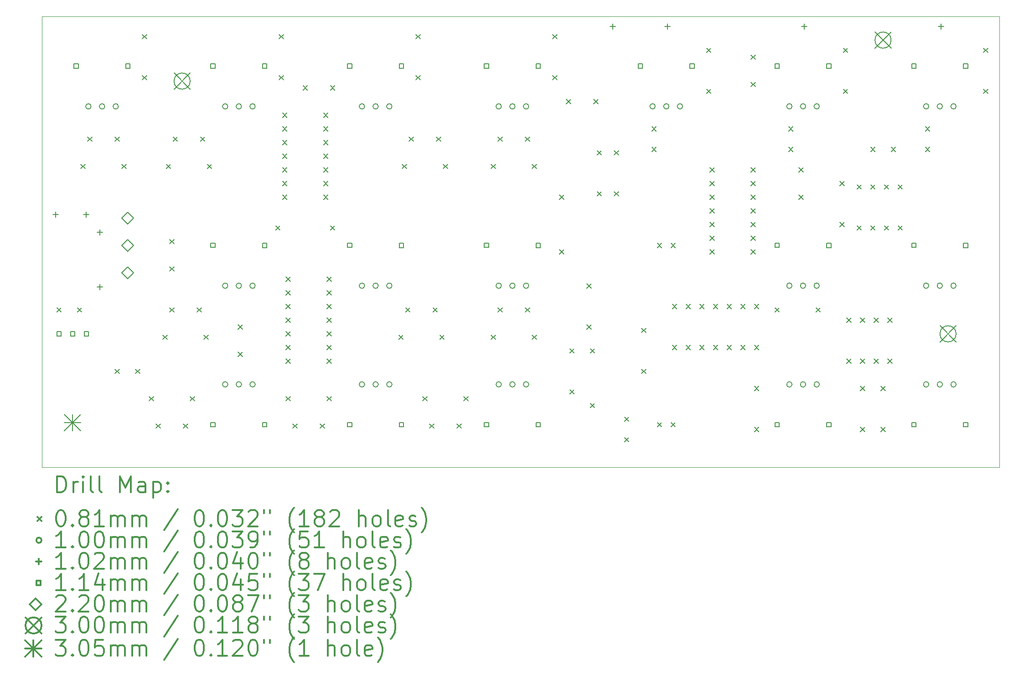
<source format=gbr>
%FSLAX45Y45*%
G04 Gerber Fmt 4.5, Leading zero omitted, Abs format (unit mm)*
G04 Created by KiCad (PCBNEW (5.1.5)-3) date 2020-03-03 15:35:43*
%MOMM*%
%LPD*%
G04 APERTURE LIST*
%TA.AperFunction,Profile*%
%ADD10C,0.100000*%
%TD*%
%ADD11C,0.200000*%
%ADD12C,0.300000*%
G04 APERTURE END LIST*
D10*
X12319000Y-11811000D02*
X30099000Y-11811000D01*
X30099000Y-20193000D02*
X30099000Y-11811000D01*
X12319000Y-20193000D02*
X30099000Y-20193000D01*
X12319000Y-20193000D02*
X12319000Y-11811000D01*
D11*
X19390360Y-18882360D02*
X19471640Y-18963640D01*
X19471640Y-18882360D02*
X19390360Y-18963640D01*
X20152360Y-18882360D02*
X20233640Y-18963640D01*
X20233640Y-18882360D02*
X20152360Y-18963640D01*
X23454360Y-17612360D02*
X23535640Y-17693640D01*
X23535640Y-17612360D02*
X23454360Y-17693640D01*
X23454360Y-18374360D02*
X23535640Y-18455640D01*
X23535640Y-18374360D02*
X23454360Y-18455640D01*
X14754860Y-14056360D02*
X14836140Y-14137640D01*
X14836140Y-14056360D02*
X14754860Y-14137640D01*
X15262860Y-14056360D02*
X15344140Y-14137640D01*
X15344140Y-14056360D02*
X15262860Y-14137640D01*
X16786860Y-13611860D02*
X16868140Y-13693140D01*
X16868140Y-13611860D02*
X16786860Y-13693140D01*
X16786860Y-13865860D02*
X16868140Y-13947140D01*
X16868140Y-13865860D02*
X16786860Y-13947140D01*
X16786860Y-14119860D02*
X16868140Y-14201140D01*
X16868140Y-14119860D02*
X16786860Y-14201140D01*
X16786860Y-14373860D02*
X16868140Y-14455140D01*
X16868140Y-14373860D02*
X16786860Y-14455140D01*
X16786860Y-14627860D02*
X16868140Y-14709140D01*
X16868140Y-14627860D02*
X16786860Y-14709140D01*
X16786860Y-14881860D02*
X16868140Y-14963140D01*
X16868140Y-14881860D02*
X16786860Y-14963140D01*
X16786860Y-15135860D02*
X16868140Y-15217140D01*
X16868140Y-15135860D02*
X16786860Y-15217140D01*
X17548860Y-13611860D02*
X17630140Y-13693140D01*
X17630140Y-13611860D02*
X17548860Y-13693140D01*
X17548860Y-13865860D02*
X17630140Y-13947140D01*
X17630140Y-13865860D02*
X17548860Y-13947140D01*
X17548860Y-14119860D02*
X17630140Y-14201140D01*
X17630140Y-14119860D02*
X17548860Y-14201140D01*
X17548860Y-14373860D02*
X17630140Y-14455140D01*
X17630140Y-14373860D02*
X17548860Y-14455140D01*
X17548860Y-14627860D02*
X17630140Y-14709140D01*
X17630140Y-14627860D02*
X17548860Y-14709140D01*
X17548860Y-14881860D02*
X17630140Y-14963140D01*
X17630140Y-14881860D02*
X17548860Y-14963140D01*
X17548860Y-15135860D02*
X17630140Y-15217140D01*
X17630140Y-15135860D02*
X17548860Y-15217140D01*
X24025860Y-17167860D02*
X24107140Y-17249140D01*
X24107140Y-17167860D02*
X24025860Y-17249140D01*
X24025860Y-17929860D02*
X24107140Y-18011140D01*
X24107140Y-17929860D02*
X24025860Y-18011140D01*
X24279860Y-17167860D02*
X24361140Y-17249140D01*
X24361140Y-17167860D02*
X24279860Y-17249140D01*
X24279860Y-17929860D02*
X24361140Y-18011140D01*
X24361140Y-17929860D02*
X24279860Y-18011140D01*
X24533860Y-17167860D02*
X24615140Y-17249140D01*
X24615140Y-17167860D02*
X24533860Y-17249140D01*
X24533860Y-17929860D02*
X24615140Y-18011140D01*
X24615140Y-17929860D02*
X24533860Y-18011140D01*
X24787860Y-17167860D02*
X24869140Y-17249140D01*
X24869140Y-17167860D02*
X24787860Y-17249140D01*
X24787860Y-17929860D02*
X24869140Y-18011140D01*
X24869140Y-17929860D02*
X24787860Y-18011140D01*
X25041860Y-17167860D02*
X25123140Y-17249140D01*
X25123140Y-17167860D02*
X25041860Y-17249140D01*
X25041860Y-17929860D02*
X25123140Y-18011140D01*
X25123140Y-17929860D02*
X25041860Y-18011140D01*
X25295860Y-17167860D02*
X25377140Y-17249140D01*
X25377140Y-17167860D02*
X25295860Y-17249140D01*
X25295860Y-17929860D02*
X25377140Y-18011140D01*
X25377140Y-17929860D02*
X25295860Y-18011140D01*
X25549860Y-17167860D02*
X25631140Y-17249140D01*
X25631140Y-17167860D02*
X25549860Y-17249140D01*
X25549860Y-17929860D02*
X25631140Y-18011140D01*
X25631140Y-17929860D02*
X25549860Y-18011140D01*
X29804360Y-12405360D02*
X29885640Y-12486640D01*
X29885640Y-12405360D02*
X29804360Y-12486640D01*
X29804360Y-13167360D02*
X29885640Y-13248640D01*
X29885640Y-13167360D02*
X29804360Y-13248640D01*
X13675360Y-18374360D02*
X13756640Y-18455640D01*
X13756640Y-18374360D02*
X13675360Y-18455640D01*
X14056360Y-18374360D02*
X14137640Y-18455640D01*
X14137640Y-18374360D02*
X14056360Y-18455640D01*
X22438360Y-16786860D02*
X22519640Y-16868140D01*
X22519640Y-16786860D02*
X22438360Y-16868140D01*
X22438360Y-17548860D02*
X22519640Y-17630140D01*
X22519640Y-17548860D02*
X22438360Y-17630140D01*
X22057360Y-13357860D02*
X22138640Y-13439140D01*
X22138640Y-13357860D02*
X22057360Y-13439140D01*
X22565360Y-13357860D02*
X22646640Y-13439140D01*
X22646640Y-13357860D02*
X22565360Y-13439140D01*
X16977360Y-19390360D02*
X17058640Y-19471640D01*
X17058640Y-19390360D02*
X16977360Y-19471640D01*
X17485360Y-19390360D02*
X17566640Y-19471640D01*
X17566640Y-19390360D02*
X17485360Y-19471640D01*
X21930360Y-15135860D02*
X22011640Y-15217140D01*
X22011640Y-15135860D02*
X21930360Y-15217140D01*
X21930360Y-16151860D02*
X22011640Y-16233140D01*
X22011640Y-16151860D02*
X21930360Y-16233140D01*
X20660360Y-14564360D02*
X20741640Y-14645640D01*
X20741640Y-14564360D02*
X20660360Y-14645640D01*
X21422360Y-14564360D02*
X21503640Y-14645640D01*
X21503640Y-14564360D02*
X21422360Y-14645640D01*
X19263360Y-12151360D02*
X19344640Y-12232640D01*
X19344640Y-12151360D02*
X19263360Y-12232640D01*
X19263360Y-12913360D02*
X19344640Y-12994640D01*
X19344640Y-12913360D02*
X19263360Y-12994640D01*
X20787360Y-14056360D02*
X20868640Y-14137640D01*
X20868640Y-14056360D02*
X20787360Y-14137640D01*
X21295360Y-14056360D02*
X21376640Y-14137640D01*
X21376640Y-14056360D02*
X21295360Y-14137640D01*
X22946360Y-14310360D02*
X23027640Y-14391640D01*
X23027640Y-14310360D02*
X22946360Y-14391640D01*
X22946360Y-15072360D02*
X23027640Y-15153640D01*
X23027640Y-15072360D02*
X22946360Y-15153640D01*
X13040360Y-14564360D02*
X13121640Y-14645640D01*
X13121640Y-14564360D02*
X13040360Y-14645640D01*
X13802360Y-14564360D02*
X13883640Y-14645640D01*
X13883640Y-14564360D02*
X13802360Y-14645640D01*
X14437360Y-19390360D02*
X14518640Y-19471640D01*
X14518640Y-19390360D02*
X14437360Y-19471640D01*
X14945360Y-19390360D02*
X15026640Y-19471640D01*
X15026640Y-19390360D02*
X14945360Y-19471640D01*
X27708860Y-14246860D02*
X27790140Y-14328140D01*
X27790140Y-14246860D02*
X27708860Y-14328140D01*
X28089860Y-14246860D02*
X28171140Y-14328140D01*
X28171140Y-14246860D02*
X28089860Y-14328140D01*
X19136360Y-14056360D02*
X19217640Y-14137640D01*
X19217640Y-14056360D02*
X19136360Y-14137640D01*
X19644360Y-14056360D02*
X19725640Y-14137640D01*
X19725640Y-14056360D02*
X19644360Y-14137640D01*
X27454860Y-14945360D02*
X27536140Y-15026640D01*
X27536140Y-14945360D02*
X27454860Y-15026640D01*
X27454860Y-15707360D02*
X27536140Y-15788640D01*
X27536140Y-15707360D02*
X27454860Y-15788640D01*
X27708860Y-14945360D02*
X27790140Y-15026640D01*
X27790140Y-14945360D02*
X27708860Y-15026640D01*
X27708860Y-15707360D02*
X27790140Y-15788640D01*
X27790140Y-15707360D02*
X27708860Y-15788640D01*
X27962860Y-14945360D02*
X28044140Y-15026640D01*
X28044140Y-14945360D02*
X27962860Y-15026640D01*
X27962860Y-15707360D02*
X28044140Y-15788640D01*
X28044140Y-15707360D02*
X27962860Y-15788640D01*
X28216860Y-14945360D02*
X28298140Y-15026640D01*
X28298140Y-14945360D02*
X28216860Y-15026640D01*
X28216860Y-15707360D02*
X28298140Y-15788640D01*
X28298140Y-15707360D02*
X28216860Y-15788640D01*
X25486360Y-12532360D02*
X25567640Y-12613640D01*
X25567640Y-12532360D02*
X25486360Y-12613640D01*
X25486360Y-13040360D02*
X25567640Y-13121640D01*
X25567640Y-13040360D02*
X25486360Y-13121640D01*
X14310360Y-18882360D02*
X14391640Y-18963640D01*
X14391640Y-18882360D02*
X14310360Y-18963640D01*
X15072360Y-18882360D02*
X15153640Y-18963640D01*
X15153640Y-18882360D02*
X15072360Y-18963640D01*
X24660860Y-12405360D02*
X24742140Y-12486640D01*
X24742140Y-12405360D02*
X24660860Y-12486640D01*
X24660860Y-13167360D02*
X24742140Y-13248640D01*
X24742140Y-13167360D02*
X24660860Y-13248640D01*
X23746460Y-19364960D02*
X23827740Y-19446240D01*
X23827740Y-19364960D02*
X23746460Y-19446240D01*
X24000460Y-19364960D02*
X24081740Y-19446240D01*
X24081740Y-19364960D02*
X24000460Y-19446240D01*
X23136860Y-19263360D02*
X23218140Y-19344640D01*
X23218140Y-19263360D02*
X23136860Y-19344640D01*
X23136860Y-19644360D02*
X23218140Y-19725640D01*
X23218140Y-19644360D02*
X23136860Y-19725640D01*
X14691360Y-17231360D02*
X14772640Y-17312640D01*
X14772640Y-17231360D02*
X14691360Y-17312640D01*
X15199360Y-17231360D02*
X15280640Y-17312640D01*
X15280640Y-17231360D02*
X15199360Y-17312640D01*
X21803360Y-12151360D02*
X21884640Y-12232640D01*
X21884640Y-12151360D02*
X21803360Y-12232640D01*
X21803360Y-12913360D02*
X21884640Y-12994640D01*
X21884640Y-12913360D02*
X21803360Y-12994640D01*
X19009360Y-14564360D02*
X19090640Y-14645640D01*
X19090640Y-14564360D02*
X19009360Y-14645640D01*
X19771360Y-14564360D02*
X19852640Y-14645640D01*
X19852640Y-14564360D02*
X19771360Y-14645640D01*
X13167360Y-14056360D02*
X13248640Y-14137640D01*
X13248640Y-14056360D02*
X13167360Y-14137640D01*
X13675360Y-14056360D02*
X13756640Y-14137640D01*
X13756640Y-14056360D02*
X13675360Y-14137640D01*
X16850360Y-16659860D02*
X16931640Y-16741140D01*
X16931640Y-16659860D02*
X16850360Y-16741140D01*
X16850360Y-16913860D02*
X16931640Y-16995140D01*
X16931640Y-16913860D02*
X16850360Y-16995140D01*
X16850360Y-17167860D02*
X16931640Y-17249140D01*
X16931640Y-17167860D02*
X16850360Y-17249140D01*
X16850360Y-17421860D02*
X16931640Y-17503140D01*
X16931640Y-17421860D02*
X16850360Y-17503140D01*
X16850360Y-17675860D02*
X16931640Y-17757140D01*
X16931640Y-17675860D02*
X16850360Y-17757140D01*
X16850360Y-17929860D02*
X16931640Y-18011140D01*
X16931640Y-17929860D02*
X16850360Y-18011140D01*
X16850360Y-18183860D02*
X16931640Y-18265140D01*
X16931640Y-18183860D02*
X16850360Y-18265140D01*
X17612360Y-16659860D02*
X17693640Y-16741140D01*
X17693640Y-16659860D02*
X17612360Y-16741140D01*
X17612360Y-16913860D02*
X17693640Y-16995140D01*
X17693640Y-16913860D02*
X17612360Y-16995140D01*
X17612360Y-17167860D02*
X17693640Y-17249140D01*
X17693640Y-17167860D02*
X17612360Y-17249140D01*
X17612360Y-17421860D02*
X17693640Y-17503140D01*
X17693640Y-17421860D02*
X17612360Y-17503140D01*
X17612360Y-17675860D02*
X17693640Y-17757140D01*
X17693640Y-17675860D02*
X17612360Y-17757140D01*
X17612360Y-17929860D02*
X17693640Y-18011140D01*
X17693640Y-17929860D02*
X17612360Y-18011140D01*
X17612360Y-18183860D02*
X17693640Y-18265140D01*
X17693640Y-18183860D02*
X17612360Y-18265140D01*
X14627860Y-14564360D02*
X14709140Y-14645640D01*
X14709140Y-14564360D02*
X14627860Y-14645640D01*
X15389860Y-14564360D02*
X15471140Y-14645640D01*
X15471140Y-14564360D02*
X15389860Y-14645640D01*
X12595860Y-17231360D02*
X12677140Y-17312640D01*
X12677140Y-17231360D02*
X12595860Y-17312640D01*
X12976860Y-17231360D02*
X13058140Y-17312640D01*
X13058140Y-17231360D02*
X12976860Y-17312640D01*
X16850360Y-18882360D02*
X16931640Y-18963640D01*
X16931640Y-18882360D02*
X16850360Y-18963640D01*
X17612360Y-18882360D02*
X17693640Y-18963640D01*
X17693640Y-18882360D02*
X17612360Y-18963640D01*
X28724860Y-13865860D02*
X28806140Y-13947140D01*
X28806140Y-13865860D02*
X28724860Y-13947140D01*
X28724860Y-14246860D02*
X28806140Y-14328140D01*
X28806140Y-14246860D02*
X28724860Y-14328140D01*
X25930860Y-17231360D02*
X26012140Y-17312640D01*
X26012140Y-17231360D02*
X25930860Y-17312640D01*
X26692860Y-17231360D02*
X26774140Y-17312640D01*
X26774140Y-17231360D02*
X26692860Y-17312640D01*
X17167860Y-13103860D02*
X17249140Y-13185140D01*
X17249140Y-13103860D02*
X17167860Y-13185140D01*
X17675860Y-13103860D02*
X17757140Y-13185140D01*
X17757140Y-13103860D02*
X17675860Y-13185140D01*
X16659860Y-15707360D02*
X16741140Y-15788640D01*
X16741140Y-15707360D02*
X16659860Y-15788640D01*
X17675860Y-15707360D02*
X17757140Y-15788640D01*
X17757140Y-15707360D02*
X17675860Y-15788640D01*
X14564360Y-17739360D02*
X14645640Y-17820640D01*
X14645640Y-17739360D02*
X14564360Y-17820640D01*
X15326360Y-17739360D02*
X15407640Y-17820640D01*
X15407640Y-17739360D02*
X15326360Y-17820640D01*
X22120860Y-17993360D02*
X22202140Y-18074640D01*
X22202140Y-17993360D02*
X22120860Y-18074640D01*
X22120860Y-18755360D02*
X22202140Y-18836640D01*
X22202140Y-18755360D02*
X22120860Y-18836640D01*
X26375360Y-14627860D02*
X26456640Y-14709140D01*
X26456640Y-14627860D02*
X26375360Y-14709140D01*
X26375360Y-15135860D02*
X26456640Y-15217140D01*
X26456640Y-15135860D02*
X26375360Y-15217140D01*
X20660360Y-17739360D02*
X20741640Y-17820640D01*
X20741640Y-17739360D02*
X20660360Y-17820640D01*
X21422360Y-17739360D02*
X21503640Y-17820640D01*
X21503640Y-17739360D02*
X21422360Y-17820640D01*
X27200860Y-12405360D02*
X27282140Y-12486640D01*
X27282140Y-12405360D02*
X27200860Y-12486640D01*
X27200860Y-13167360D02*
X27282140Y-13248640D01*
X27282140Y-13167360D02*
X27200860Y-13248640D01*
X20787360Y-17231360D02*
X20868640Y-17312640D01*
X20868640Y-17231360D02*
X20787360Y-17312640D01*
X21295360Y-17231360D02*
X21376640Y-17312640D01*
X21376640Y-17231360D02*
X21295360Y-17312640D01*
X22501860Y-17993360D02*
X22583140Y-18074640D01*
X22583140Y-17993360D02*
X22501860Y-18074640D01*
X22501860Y-19009360D02*
X22583140Y-19090640D01*
X22583140Y-19009360D02*
X22501860Y-19090640D01*
X27264360Y-17421860D02*
X27345640Y-17503140D01*
X27345640Y-17421860D02*
X27264360Y-17503140D01*
X27264360Y-18183860D02*
X27345640Y-18265140D01*
X27345640Y-18183860D02*
X27264360Y-18265140D01*
X27518360Y-17421860D02*
X27599640Y-17503140D01*
X27599640Y-17421860D02*
X27518360Y-17503140D01*
X27518360Y-18183860D02*
X27599640Y-18265140D01*
X27599640Y-18183860D02*
X27518360Y-18265140D01*
X27772360Y-17421860D02*
X27853640Y-17503140D01*
X27853640Y-17421860D02*
X27772360Y-17503140D01*
X27772360Y-18183860D02*
X27853640Y-18265140D01*
X27853640Y-18183860D02*
X27772360Y-18265140D01*
X28026360Y-17421860D02*
X28107640Y-17503140D01*
X28107640Y-17421860D02*
X28026360Y-17503140D01*
X28026360Y-18183860D02*
X28107640Y-18265140D01*
X28107640Y-18183860D02*
X28026360Y-18265140D01*
X14183360Y-12151360D02*
X14264640Y-12232640D01*
X14264640Y-12151360D02*
X14183360Y-12232640D01*
X14183360Y-12913360D02*
X14264640Y-12994640D01*
X14264640Y-12913360D02*
X14183360Y-12994640D01*
X15961360Y-17548860D02*
X16042640Y-17630140D01*
X16042640Y-17548860D02*
X15961360Y-17630140D01*
X15961360Y-18056860D02*
X16042640Y-18138140D01*
X16042640Y-18056860D02*
X15961360Y-18138140D01*
X22628860Y-14310360D02*
X22710140Y-14391640D01*
X22710140Y-14310360D02*
X22628860Y-14391640D01*
X22628860Y-15072360D02*
X22710140Y-15153640D01*
X22710140Y-15072360D02*
X22628860Y-15153640D01*
X25549860Y-18691860D02*
X25631140Y-18773140D01*
X25631140Y-18691860D02*
X25549860Y-18773140D01*
X25549860Y-19453860D02*
X25631140Y-19535140D01*
X25631140Y-19453860D02*
X25549860Y-19535140D01*
X23746460Y-16031210D02*
X23827740Y-16112490D01*
X23827740Y-16031210D02*
X23746460Y-16112490D01*
X24000460Y-16031210D02*
X24081740Y-16112490D01*
X24081740Y-16031210D02*
X24000460Y-16112490D01*
X23644860Y-13865860D02*
X23726140Y-13947140D01*
X23726140Y-13865860D02*
X23644860Y-13947140D01*
X23644860Y-14246860D02*
X23726140Y-14328140D01*
X23726140Y-14246860D02*
X23644860Y-14328140D01*
X19517360Y-19390360D02*
X19598640Y-19471640D01*
X19598640Y-19390360D02*
X19517360Y-19471640D01*
X20025360Y-19390360D02*
X20106640Y-19471640D01*
X20106640Y-19390360D02*
X20025360Y-19471640D01*
X24724360Y-14627860D02*
X24805640Y-14709140D01*
X24805640Y-14627860D02*
X24724360Y-14709140D01*
X24724360Y-14881860D02*
X24805640Y-14963140D01*
X24805640Y-14881860D02*
X24724360Y-14963140D01*
X24724360Y-15135860D02*
X24805640Y-15217140D01*
X24805640Y-15135860D02*
X24724360Y-15217140D01*
X24724360Y-15389860D02*
X24805640Y-15471140D01*
X24805640Y-15389860D02*
X24724360Y-15471140D01*
X24724360Y-15643860D02*
X24805640Y-15725140D01*
X24805640Y-15643860D02*
X24724360Y-15725140D01*
X24724360Y-15897860D02*
X24805640Y-15979140D01*
X24805640Y-15897860D02*
X24724360Y-15979140D01*
X24724360Y-16151860D02*
X24805640Y-16233140D01*
X24805640Y-16151860D02*
X24724360Y-16233140D01*
X25486360Y-14627860D02*
X25567640Y-14709140D01*
X25567640Y-14627860D02*
X25486360Y-14709140D01*
X25486360Y-14881860D02*
X25567640Y-14963140D01*
X25567640Y-14881860D02*
X25486360Y-14963140D01*
X25486360Y-15135860D02*
X25567640Y-15217140D01*
X25567640Y-15135860D02*
X25486360Y-15217140D01*
X25486360Y-15389860D02*
X25567640Y-15471140D01*
X25567640Y-15389860D02*
X25486360Y-15471140D01*
X25486360Y-15643860D02*
X25567640Y-15725140D01*
X25567640Y-15643860D02*
X25486360Y-15725140D01*
X25486360Y-15897860D02*
X25567640Y-15979140D01*
X25567640Y-15897860D02*
X25486360Y-15979140D01*
X25486360Y-16151860D02*
X25567640Y-16233140D01*
X25567640Y-16151860D02*
X25486360Y-16233140D01*
X16723360Y-12151360D02*
X16804640Y-12232640D01*
X16804640Y-12151360D02*
X16723360Y-12232640D01*
X16723360Y-12913360D02*
X16804640Y-12994640D01*
X16804640Y-12913360D02*
X16723360Y-12994640D01*
X27899360Y-18691860D02*
X27980640Y-18773140D01*
X27980640Y-18691860D02*
X27899360Y-18773140D01*
X27899360Y-19453860D02*
X27980640Y-19535140D01*
X27980640Y-19453860D02*
X27899360Y-19535140D01*
X14691360Y-15961360D02*
X14772640Y-16042640D01*
X14772640Y-15961360D02*
X14691360Y-16042640D01*
X14691360Y-16469360D02*
X14772640Y-16550640D01*
X14772640Y-16469360D02*
X14691360Y-16550640D01*
X27137360Y-14881860D02*
X27218640Y-14963140D01*
X27218640Y-14881860D02*
X27137360Y-14963140D01*
X27137360Y-15643860D02*
X27218640Y-15725140D01*
X27218640Y-15643860D02*
X27137360Y-15725140D01*
X27518360Y-18691860D02*
X27599640Y-18773140D01*
X27599640Y-18691860D02*
X27518360Y-18773140D01*
X27518360Y-19453860D02*
X27599640Y-19535140D01*
X27599640Y-19453860D02*
X27518360Y-19535140D01*
X18945860Y-17739360D02*
X19027140Y-17820640D01*
X19027140Y-17739360D02*
X18945860Y-17820640D01*
X19707860Y-17739360D02*
X19789140Y-17820640D01*
X19789140Y-17739360D02*
X19707860Y-17820640D01*
X26184860Y-13865860D02*
X26266140Y-13947140D01*
X26266140Y-13865860D02*
X26184860Y-13947140D01*
X26184860Y-14246860D02*
X26266140Y-14328140D01*
X26266140Y-14246860D02*
X26184860Y-14328140D01*
X19072860Y-17231360D02*
X19154140Y-17312640D01*
X19154140Y-17231360D02*
X19072860Y-17312640D01*
X19580860Y-17231360D02*
X19662140Y-17312640D01*
X19662140Y-17231360D02*
X19580860Y-17312640D01*
X20852600Y-16821150D02*
G75*
G03X20852600Y-16821150I-50000J0D01*
G01*
X21106600Y-16821150D02*
G75*
G03X21106600Y-16821150I-50000J0D01*
G01*
X21360600Y-16821150D02*
G75*
G03X21360600Y-16821150I-50000J0D01*
G01*
X13232600Y-13487400D02*
G75*
G03X13232600Y-13487400I-50000J0D01*
G01*
X13486600Y-13487400D02*
G75*
G03X13486600Y-13487400I-50000J0D01*
G01*
X13740600Y-13487400D02*
G75*
G03X13740600Y-13487400I-50000J0D01*
G01*
X28790100Y-16821150D02*
G75*
G03X28790100Y-16821150I-50000J0D01*
G01*
X29044100Y-16821150D02*
G75*
G03X29044100Y-16821150I-50000J0D01*
G01*
X29298100Y-16821150D02*
G75*
G03X29298100Y-16821150I-50000J0D01*
G01*
X18312600Y-13487400D02*
G75*
G03X18312600Y-13487400I-50000J0D01*
G01*
X18566600Y-13487400D02*
G75*
G03X18566600Y-13487400I-50000J0D01*
G01*
X18820600Y-13487400D02*
G75*
G03X18820600Y-13487400I-50000J0D01*
G01*
X18312600Y-18656300D02*
G75*
G03X18312600Y-18656300I-50000J0D01*
G01*
X18566600Y-18656300D02*
G75*
G03X18566600Y-18656300I-50000J0D01*
G01*
X18820600Y-18656300D02*
G75*
G03X18820600Y-18656300I-50000J0D01*
G01*
X20852600Y-18656300D02*
G75*
G03X20852600Y-18656300I-50000J0D01*
G01*
X21106600Y-18656300D02*
G75*
G03X21106600Y-18656300I-50000J0D01*
G01*
X21360600Y-18656300D02*
G75*
G03X21360600Y-18656300I-50000J0D01*
G01*
X28790100Y-13487400D02*
G75*
G03X28790100Y-13487400I-50000J0D01*
G01*
X29044100Y-13487400D02*
G75*
G03X29044100Y-13487400I-50000J0D01*
G01*
X29298100Y-13487400D02*
G75*
G03X29298100Y-13487400I-50000J0D01*
G01*
X23710100Y-13487400D02*
G75*
G03X23710100Y-13487400I-50000J0D01*
G01*
X23964100Y-13487400D02*
G75*
G03X23964100Y-13487400I-50000J0D01*
G01*
X24218100Y-13487400D02*
G75*
G03X24218100Y-13487400I-50000J0D01*
G01*
X28790100Y-18656300D02*
G75*
G03X28790100Y-18656300I-50000J0D01*
G01*
X29044100Y-18656300D02*
G75*
G03X29044100Y-18656300I-50000J0D01*
G01*
X29298100Y-18656300D02*
G75*
G03X29298100Y-18656300I-50000J0D01*
G01*
X18312600Y-16821150D02*
G75*
G03X18312600Y-16821150I-50000J0D01*
G01*
X18566600Y-16821150D02*
G75*
G03X18566600Y-16821150I-50000J0D01*
G01*
X18820600Y-16821150D02*
G75*
G03X18820600Y-16821150I-50000J0D01*
G01*
X26250100Y-16821150D02*
G75*
G03X26250100Y-16821150I-50000J0D01*
G01*
X26504100Y-16821150D02*
G75*
G03X26504100Y-16821150I-50000J0D01*
G01*
X26758100Y-16821150D02*
G75*
G03X26758100Y-16821150I-50000J0D01*
G01*
X15772600Y-13487400D02*
G75*
G03X15772600Y-13487400I-50000J0D01*
G01*
X16026600Y-13487400D02*
G75*
G03X16026600Y-13487400I-50000J0D01*
G01*
X16280600Y-13487400D02*
G75*
G03X16280600Y-13487400I-50000J0D01*
G01*
X15772600Y-18656300D02*
G75*
G03X15772600Y-18656300I-50000J0D01*
G01*
X16026600Y-18656300D02*
G75*
G03X16026600Y-18656300I-50000J0D01*
G01*
X16280600Y-18656300D02*
G75*
G03X16280600Y-18656300I-50000J0D01*
G01*
X20852600Y-13487400D02*
G75*
G03X20852600Y-13487400I-50000J0D01*
G01*
X21106600Y-13487400D02*
G75*
G03X21106600Y-13487400I-50000J0D01*
G01*
X21360600Y-13487400D02*
G75*
G03X21360600Y-13487400I-50000J0D01*
G01*
X26250100Y-18656300D02*
G75*
G03X26250100Y-18656300I-50000J0D01*
G01*
X26504100Y-18656300D02*
G75*
G03X26504100Y-18656300I-50000J0D01*
G01*
X26758100Y-18656300D02*
G75*
G03X26758100Y-18656300I-50000J0D01*
G01*
X15772600Y-16821150D02*
G75*
G03X15772600Y-16821150I-50000J0D01*
G01*
X16026600Y-16821150D02*
G75*
G03X16026600Y-16821150I-50000J0D01*
G01*
X16280600Y-16821150D02*
G75*
G03X16280600Y-16821150I-50000J0D01*
G01*
X26250100Y-13487400D02*
G75*
G03X26250100Y-13487400I-50000J0D01*
G01*
X26504100Y-13487400D02*
G75*
G03X26504100Y-13487400I-50000J0D01*
G01*
X26758100Y-13487400D02*
G75*
G03X26758100Y-13487400I-50000J0D01*
G01*
X12573000Y-15443200D02*
X12573000Y-15544800D01*
X12522200Y-15494000D02*
X12623800Y-15494000D01*
X23939500Y-11950700D02*
X23939500Y-12052300D01*
X23888700Y-12001500D02*
X23990300Y-12001500D01*
X13144500Y-15443200D02*
X13144500Y-15544800D01*
X13093700Y-15494000D02*
X13195300Y-15494000D01*
X22923500Y-11950700D02*
X22923500Y-12052300D01*
X22872700Y-12001500D02*
X22974300Y-12001500D01*
X29019500Y-11950700D02*
X29019500Y-12052300D01*
X28968700Y-12001500D02*
X29070300Y-12001500D01*
X26479500Y-11950700D02*
X26479500Y-12052300D01*
X26428700Y-12001500D02*
X26530300Y-12001500D01*
X13398500Y-15773400D02*
X13398500Y-15875000D01*
X13347700Y-15824200D02*
X13449300Y-15824200D01*
X13398500Y-16789400D02*
X13398500Y-16891000D01*
X13347700Y-16840200D02*
X13449300Y-16840200D01*
X28554451Y-16111245D02*
X28554451Y-16030422D01*
X28473628Y-16030422D01*
X28473628Y-16111245D01*
X28554451Y-16111245D01*
X29514571Y-16112261D02*
X29514571Y-16031438D01*
X29433748Y-16031438D01*
X29433748Y-16112261D01*
X29514571Y-16112261D01*
X18076952Y-12777495D02*
X18076952Y-12696672D01*
X17996129Y-12696672D01*
X17996129Y-12777495D01*
X18076952Y-12777495D01*
X19037072Y-12778511D02*
X19037072Y-12697688D01*
X18956249Y-12697688D01*
X18956249Y-12778511D01*
X19037072Y-12778511D01*
X18076952Y-19446012D02*
X18076952Y-19365189D01*
X17996129Y-19365189D01*
X17996129Y-19446012D01*
X18076952Y-19446012D01*
X19037072Y-19447028D02*
X19037072Y-19366205D01*
X18956249Y-19366205D01*
X18956249Y-19447028D01*
X19037072Y-19447028D01*
X20616952Y-19446012D02*
X20616952Y-19365189D01*
X20536129Y-19365189D01*
X20536129Y-19446012D01*
X20616952Y-19446012D01*
X21577072Y-19447028D02*
X21577072Y-19366205D01*
X21496249Y-19366205D01*
X21496249Y-19447028D01*
X21577072Y-19447028D01*
X28554451Y-12777495D02*
X28554451Y-12696672D01*
X28473628Y-12696672D01*
X28473628Y-12777495D01*
X28554451Y-12777495D01*
X29514571Y-12778511D02*
X29514571Y-12697688D01*
X29433748Y-12697688D01*
X29433748Y-12778511D01*
X29514571Y-12778511D01*
X23474451Y-12777495D02*
X23474451Y-12696672D01*
X23393628Y-12696672D01*
X23393628Y-12777495D01*
X23474451Y-12777495D01*
X24434571Y-12778511D02*
X24434571Y-12697688D01*
X24353748Y-12697688D01*
X24353748Y-12778511D01*
X24434571Y-12778511D01*
X28554451Y-19446012D02*
X28554451Y-19365189D01*
X28473628Y-19365189D01*
X28473628Y-19446012D01*
X28554451Y-19446012D01*
X29514571Y-19447028D02*
X29514571Y-19366205D01*
X29433748Y-19366205D01*
X29433748Y-19447028D01*
X29514571Y-19447028D01*
X18076952Y-16111245D02*
X18076952Y-16030422D01*
X17996129Y-16030422D01*
X17996129Y-16111245D01*
X18076952Y-16111245D01*
X19037072Y-16112261D02*
X19037072Y-16031438D01*
X18956249Y-16031438D01*
X18956249Y-16112261D01*
X19037072Y-16112261D01*
X12676911Y-17756912D02*
X12676911Y-17676089D01*
X12596088Y-17676089D01*
X12596088Y-17756912D01*
X12676911Y-17756912D01*
X12930911Y-17756912D02*
X12930911Y-17676089D01*
X12850088Y-17676089D01*
X12850088Y-17756912D01*
X12930911Y-17756912D01*
X13184911Y-17756912D02*
X13184911Y-17676089D01*
X13104088Y-17676089D01*
X13104088Y-17756912D01*
X13184911Y-17756912D01*
X26014451Y-16111245D02*
X26014451Y-16030422D01*
X25933628Y-16030422D01*
X25933628Y-16111245D01*
X26014451Y-16111245D01*
X26974571Y-16112261D02*
X26974571Y-16031438D01*
X26893748Y-16031438D01*
X26893748Y-16112261D01*
X26974571Y-16112261D01*
X15536951Y-12777495D02*
X15536951Y-12696672D01*
X15456128Y-12696672D01*
X15456128Y-12777495D01*
X15536951Y-12777495D01*
X16497071Y-12778511D02*
X16497071Y-12697688D01*
X16416248Y-12697688D01*
X16416248Y-12778511D01*
X16497071Y-12778511D01*
X15536951Y-19446012D02*
X15536951Y-19365189D01*
X15456128Y-19365189D01*
X15456128Y-19446012D01*
X15536951Y-19446012D01*
X16497071Y-19447028D02*
X16497071Y-19366205D01*
X16416248Y-19366205D01*
X16416248Y-19447028D01*
X16497071Y-19447028D01*
X20616952Y-12777495D02*
X20616952Y-12696672D01*
X20536129Y-12696672D01*
X20536129Y-12777495D01*
X20616952Y-12777495D01*
X21577072Y-12778511D02*
X21577072Y-12697688D01*
X21496249Y-12697688D01*
X21496249Y-12778511D01*
X21577072Y-12778511D01*
X26014451Y-19446012D02*
X26014451Y-19365189D01*
X25933628Y-19365189D01*
X25933628Y-19446012D01*
X26014451Y-19446012D01*
X26974571Y-19447028D02*
X26974571Y-19366205D01*
X26893748Y-19366205D01*
X26893748Y-19447028D01*
X26974571Y-19447028D01*
X15536951Y-16111245D02*
X15536951Y-16030422D01*
X15456128Y-16030422D01*
X15456128Y-16111245D01*
X15536951Y-16111245D01*
X16497071Y-16112261D02*
X16497071Y-16031438D01*
X16416248Y-16031438D01*
X16416248Y-16112261D01*
X16497071Y-16112261D01*
X26014451Y-12777495D02*
X26014451Y-12696672D01*
X25933628Y-12696672D01*
X25933628Y-12777495D01*
X26014451Y-12777495D01*
X26974571Y-12778511D02*
X26974571Y-12697688D01*
X26893748Y-12697688D01*
X26893748Y-12778511D01*
X26974571Y-12778511D01*
X20616952Y-16111245D02*
X20616952Y-16030422D01*
X20536129Y-16030422D01*
X20536129Y-16111245D01*
X20616952Y-16111245D01*
X21577072Y-16112261D02*
X21577072Y-16031438D01*
X21496249Y-16031438D01*
X21496249Y-16112261D01*
X21577072Y-16112261D01*
X12996951Y-12777495D02*
X12996951Y-12696672D01*
X12916128Y-12696672D01*
X12916128Y-12777495D01*
X12996951Y-12777495D01*
X13957071Y-12778511D02*
X13957071Y-12697688D01*
X13876248Y-12697688D01*
X13876248Y-12778511D01*
X13957071Y-12778511D01*
X13911580Y-15673850D02*
X14021580Y-15563850D01*
X13911580Y-15453850D01*
X13801580Y-15563850D01*
X13911580Y-15673850D01*
X13911580Y-16181850D02*
X14021580Y-16071850D01*
X13911580Y-15961850D01*
X13801580Y-16071850D01*
X13911580Y-16181850D01*
X13911580Y-16689850D02*
X14021580Y-16579850D01*
X13911580Y-16469850D01*
X13801580Y-16579850D01*
X13911580Y-16689850D01*
X27790000Y-12105500D02*
X28090000Y-12405500D01*
X28090000Y-12105500D02*
X27790000Y-12405500D01*
X28090000Y-12255500D02*
G75*
G03X28090000Y-12255500I-150000J0D01*
G01*
X28996500Y-17566500D02*
X29296500Y-17866500D01*
X29296500Y-17566500D02*
X28996500Y-17866500D01*
X29296500Y-17716500D02*
G75*
G03X29296500Y-17716500I-150000J0D01*
G01*
X14772500Y-12867500D02*
X15072500Y-13167500D01*
X15072500Y-12867500D02*
X14772500Y-13167500D01*
X15072500Y-13017500D02*
G75*
G03X15072500Y-13017500I-150000J0D01*
G01*
X12738100Y-19215100D02*
X13042900Y-19519900D01*
X13042900Y-19215100D02*
X12738100Y-19519900D01*
X12890500Y-19215100D02*
X12890500Y-19519900D01*
X12738100Y-19367500D02*
X13042900Y-19367500D01*
D12*
X12600428Y-20663714D02*
X12600428Y-20363714D01*
X12671857Y-20363714D01*
X12714714Y-20378000D01*
X12743286Y-20406572D01*
X12757571Y-20435143D01*
X12771857Y-20492286D01*
X12771857Y-20535143D01*
X12757571Y-20592286D01*
X12743286Y-20620857D01*
X12714714Y-20649429D01*
X12671857Y-20663714D01*
X12600428Y-20663714D01*
X12900428Y-20663714D02*
X12900428Y-20463714D01*
X12900428Y-20520857D02*
X12914714Y-20492286D01*
X12929000Y-20478000D01*
X12957571Y-20463714D01*
X12986143Y-20463714D01*
X13086143Y-20663714D02*
X13086143Y-20463714D01*
X13086143Y-20363714D02*
X13071857Y-20378000D01*
X13086143Y-20392286D01*
X13100428Y-20378000D01*
X13086143Y-20363714D01*
X13086143Y-20392286D01*
X13271857Y-20663714D02*
X13243286Y-20649429D01*
X13229000Y-20620857D01*
X13229000Y-20363714D01*
X13429000Y-20663714D02*
X13400428Y-20649429D01*
X13386143Y-20620857D01*
X13386143Y-20363714D01*
X13771857Y-20663714D02*
X13771857Y-20363714D01*
X13871857Y-20578000D01*
X13971857Y-20363714D01*
X13971857Y-20663714D01*
X14243286Y-20663714D02*
X14243286Y-20506572D01*
X14229000Y-20478000D01*
X14200428Y-20463714D01*
X14143286Y-20463714D01*
X14114714Y-20478000D01*
X14243286Y-20649429D02*
X14214714Y-20663714D01*
X14143286Y-20663714D01*
X14114714Y-20649429D01*
X14100428Y-20620857D01*
X14100428Y-20592286D01*
X14114714Y-20563714D01*
X14143286Y-20549429D01*
X14214714Y-20549429D01*
X14243286Y-20535143D01*
X14386143Y-20463714D02*
X14386143Y-20763714D01*
X14386143Y-20478000D02*
X14414714Y-20463714D01*
X14471857Y-20463714D01*
X14500428Y-20478000D01*
X14514714Y-20492286D01*
X14529000Y-20520857D01*
X14529000Y-20606572D01*
X14514714Y-20635143D01*
X14500428Y-20649429D01*
X14471857Y-20663714D01*
X14414714Y-20663714D01*
X14386143Y-20649429D01*
X14657571Y-20635143D02*
X14671857Y-20649429D01*
X14657571Y-20663714D01*
X14643286Y-20649429D01*
X14657571Y-20635143D01*
X14657571Y-20663714D01*
X14657571Y-20478000D02*
X14671857Y-20492286D01*
X14657571Y-20506572D01*
X14643286Y-20492286D01*
X14657571Y-20478000D01*
X14657571Y-20506572D01*
X12232720Y-21117360D02*
X12314000Y-21198640D01*
X12314000Y-21117360D02*
X12232720Y-21198640D01*
X12657571Y-20993714D02*
X12686143Y-20993714D01*
X12714714Y-21008000D01*
X12729000Y-21022286D01*
X12743286Y-21050857D01*
X12757571Y-21108000D01*
X12757571Y-21179429D01*
X12743286Y-21236572D01*
X12729000Y-21265143D01*
X12714714Y-21279429D01*
X12686143Y-21293714D01*
X12657571Y-21293714D01*
X12629000Y-21279429D01*
X12614714Y-21265143D01*
X12600428Y-21236572D01*
X12586143Y-21179429D01*
X12586143Y-21108000D01*
X12600428Y-21050857D01*
X12614714Y-21022286D01*
X12629000Y-21008000D01*
X12657571Y-20993714D01*
X12886143Y-21265143D02*
X12900428Y-21279429D01*
X12886143Y-21293714D01*
X12871857Y-21279429D01*
X12886143Y-21265143D01*
X12886143Y-21293714D01*
X13071857Y-21122286D02*
X13043286Y-21108000D01*
X13029000Y-21093714D01*
X13014714Y-21065143D01*
X13014714Y-21050857D01*
X13029000Y-21022286D01*
X13043286Y-21008000D01*
X13071857Y-20993714D01*
X13129000Y-20993714D01*
X13157571Y-21008000D01*
X13171857Y-21022286D01*
X13186143Y-21050857D01*
X13186143Y-21065143D01*
X13171857Y-21093714D01*
X13157571Y-21108000D01*
X13129000Y-21122286D01*
X13071857Y-21122286D01*
X13043286Y-21136572D01*
X13029000Y-21150857D01*
X13014714Y-21179429D01*
X13014714Y-21236572D01*
X13029000Y-21265143D01*
X13043286Y-21279429D01*
X13071857Y-21293714D01*
X13129000Y-21293714D01*
X13157571Y-21279429D01*
X13171857Y-21265143D01*
X13186143Y-21236572D01*
X13186143Y-21179429D01*
X13171857Y-21150857D01*
X13157571Y-21136572D01*
X13129000Y-21122286D01*
X13471857Y-21293714D02*
X13300428Y-21293714D01*
X13386143Y-21293714D02*
X13386143Y-20993714D01*
X13357571Y-21036572D01*
X13329000Y-21065143D01*
X13300428Y-21079429D01*
X13600428Y-21293714D02*
X13600428Y-21093714D01*
X13600428Y-21122286D02*
X13614714Y-21108000D01*
X13643286Y-21093714D01*
X13686143Y-21093714D01*
X13714714Y-21108000D01*
X13729000Y-21136572D01*
X13729000Y-21293714D01*
X13729000Y-21136572D02*
X13743286Y-21108000D01*
X13771857Y-21093714D01*
X13814714Y-21093714D01*
X13843286Y-21108000D01*
X13857571Y-21136572D01*
X13857571Y-21293714D01*
X14000428Y-21293714D02*
X14000428Y-21093714D01*
X14000428Y-21122286D02*
X14014714Y-21108000D01*
X14043286Y-21093714D01*
X14086143Y-21093714D01*
X14114714Y-21108000D01*
X14129000Y-21136572D01*
X14129000Y-21293714D01*
X14129000Y-21136572D02*
X14143286Y-21108000D01*
X14171857Y-21093714D01*
X14214714Y-21093714D01*
X14243286Y-21108000D01*
X14257571Y-21136572D01*
X14257571Y-21293714D01*
X14843286Y-20979429D02*
X14586143Y-21365143D01*
X15229000Y-20993714D02*
X15257571Y-20993714D01*
X15286143Y-21008000D01*
X15300428Y-21022286D01*
X15314714Y-21050857D01*
X15329000Y-21108000D01*
X15329000Y-21179429D01*
X15314714Y-21236572D01*
X15300428Y-21265143D01*
X15286143Y-21279429D01*
X15257571Y-21293714D01*
X15229000Y-21293714D01*
X15200428Y-21279429D01*
X15186143Y-21265143D01*
X15171857Y-21236572D01*
X15157571Y-21179429D01*
X15157571Y-21108000D01*
X15171857Y-21050857D01*
X15186143Y-21022286D01*
X15200428Y-21008000D01*
X15229000Y-20993714D01*
X15457571Y-21265143D02*
X15471857Y-21279429D01*
X15457571Y-21293714D01*
X15443286Y-21279429D01*
X15457571Y-21265143D01*
X15457571Y-21293714D01*
X15657571Y-20993714D02*
X15686143Y-20993714D01*
X15714714Y-21008000D01*
X15729000Y-21022286D01*
X15743286Y-21050857D01*
X15757571Y-21108000D01*
X15757571Y-21179429D01*
X15743286Y-21236572D01*
X15729000Y-21265143D01*
X15714714Y-21279429D01*
X15686143Y-21293714D01*
X15657571Y-21293714D01*
X15629000Y-21279429D01*
X15614714Y-21265143D01*
X15600428Y-21236572D01*
X15586143Y-21179429D01*
X15586143Y-21108000D01*
X15600428Y-21050857D01*
X15614714Y-21022286D01*
X15629000Y-21008000D01*
X15657571Y-20993714D01*
X15857571Y-20993714D02*
X16043286Y-20993714D01*
X15943286Y-21108000D01*
X15986143Y-21108000D01*
X16014714Y-21122286D01*
X16029000Y-21136572D01*
X16043286Y-21165143D01*
X16043286Y-21236572D01*
X16029000Y-21265143D01*
X16014714Y-21279429D01*
X15986143Y-21293714D01*
X15900428Y-21293714D01*
X15871857Y-21279429D01*
X15857571Y-21265143D01*
X16157571Y-21022286D02*
X16171857Y-21008000D01*
X16200428Y-20993714D01*
X16271857Y-20993714D01*
X16300428Y-21008000D01*
X16314714Y-21022286D01*
X16329000Y-21050857D01*
X16329000Y-21079429D01*
X16314714Y-21122286D01*
X16143286Y-21293714D01*
X16329000Y-21293714D01*
X16443286Y-20993714D02*
X16443286Y-21050857D01*
X16557571Y-20993714D02*
X16557571Y-21050857D01*
X17000428Y-21408000D02*
X16986143Y-21393714D01*
X16957571Y-21350857D01*
X16943286Y-21322286D01*
X16929000Y-21279429D01*
X16914714Y-21208000D01*
X16914714Y-21150857D01*
X16929000Y-21079429D01*
X16943286Y-21036572D01*
X16957571Y-21008000D01*
X16986143Y-20965143D01*
X17000428Y-20950857D01*
X17271857Y-21293714D02*
X17100428Y-21293714D01*
X17186143Y-21293714D02*
X17186143Y-20993714D01*
X17157571Y-21036572D01*
X17129000Y-21065143D01*
X17100428Y-21079429D01*
X17443286Y-21122286D02*
X17414714Y-21108000D01*
X17400428Y-21093714D01*
X17386143Y-21065143D01*
X17386143Y-21050857D01*
X17400428Y-21022286D01*
X17414714Y-21008000D01*
X17443286Y-20993714D01*
X17500428Y-20993714D01*
X17529000Y-21008000D01*
X17543286Y-21022286D01*
X17557571Y-21050857D01*
X17557571Y-21065143D01*
X17543286Y-21093714D01*
X17529000Y-21108000D01*
X17500428Y-21122286D01*
X17443286Y-21122286D01*
X17414714Y-21136572D01*
X17400428Y-21150857D01*
X17386143Y-21179429D01*
X17386143Y-21236572D01*
X17400428Y-21265143D01*
X17414714Y-21279429D01*
X17443286Y-21293714D01*
X17500428Y-21293714D01*
X17529000Y-21279429D01*
X17543286Y-21265143D01*
X17557571Y-21236572D01*
X17557571Y-21179429D01*
X17543286Y-21150857D01*
X17529000Y-21136572D01*
X17500428Y-21122286D01*
X17671857Y-21022286D02*
X17686143Y-21008000D01*
X17714714Y-20993714D01*
X17786143Y-20993714D01*
X17814714Y-21008000D01*
X17829000Y-21022286D01*
X17843286Y-21050857D01*
X17843286Y-21079429D01*
X17829000Y-21122286D01*
X17657571Y-21293714D01*
X17843286Y-21293714D01*
X18200428Y-21293714D02*
X18200428Y-20993714D01*
X18329000Y-21293714D02*
X18329000Y-21136572D01*
X18314714Y-21108000D01*
X18286143Y-21093714D01*
X18243286Y-21093714D01*
X18214714Y-21108000D01*
X18200428Y-21122286D01*
X18514714Y-21293714D02*
X18486143Y-21279429D01*
X18471857Y-21265143D01*
X18457571Y-21236572D01*
X18457571Y-21150857D01*
X18471857Y-21122286D01*
X18486143Y-21108000D01*
X18514714Y-21093714D01*
X18557571Y-21093714D01*
X18586143Y-21108000D01*
X18600428Y-21122286D01*
X18614714Y-21150857D01*
X18614714Y-21236572D01*
X18600428Y-21265143D01*
X18586143Y-21279429D01*
X18557571Y-21293714D01*
X18514714Y-21293714D01*
X18786143Y-21293714D02*
X18757571Y-21279429D01*
X18743286Y-21250857D01*
X18743286Y-20993714D01*
X19014714Y-21279429D02*
X18986143Y-21293714D01*
X18929000Y-21293714D01*
X18900428Y-21279429D01*
X18886143Y-21250857D01*
X18886143Y-21136572D01*
X18900428Y-21108000D01*
X18929000Y-21093714D01*
X18986143Y-21093714D01*
X19014714Y-21108000D01*
X19029000Y-21136572D01*
X19029000Y-21165143D01*
X18886143Y-21193714D01*
X19143286Y-21279429D02*
X19171857Y-21293714D01*
X19229000Y-21293714D01*
X19257571Y-21279429D01*
X19271857Y-21250857D01*
X19271857Y-21236572D01*
X19257571Y-21208000D01*
X19229000Y-21193714D01*
X19186143Y-21193714D01*
X19157571Y-21179429D01*
X19143286Y-21150857D01*
X19143286Y-21136572D01*
X19157571Y-21108000D01*
X19186143Y-21093714D01*
X19229000Y-21093714D01*
X19257571Y-21108000D01*
X19371857Y-21408000D02*
X19386143Y-21393714D01*
X19414714Y-21350857D01*
X19429000Y-21322286D01*
X19443286Y-21279429D01*
X19457571Y-21208000D01*
X19457571Y-21150857D01*
X19443286Y-21079429D01*
X19429000Y-21036572D01*
X19414714Y-21008000D01*
X19386143Y-20965143D01*
X19371857Y-20950857D01*
X12314000Y-21554000D02*
G75*
G03X12314000Y-21554000I-50000J0D01*
G01*
X12757571Y-21689714D02*
X12586143Y-21689714D01*
X12671857Y-21689714D02*
X12671857Y-21389714D01*
X12643286Y-21432572D01*
X12614714Y-21461143D01*
X12586143Y-21475429D01*
X12886143Y-21661143D02*
X12900428Y-21675429D01*
X12886143Y-21689714D01*
X12871857Y-21675429D01*
X12886143Y-21661143D01*
X12886143Y-21689714D01*
X13086143Y-21389714D02*
X13114714Y-21389714D01*
X13143286Y-21404000D01*
X13157571Y-21418286D01*
X13171857Y-21446857D01*
X13186143Y-21504000D01*
X13186143Y-21575429D01*
X13171857Y-21632572D01*
X13157571Y-21661143D01*
X13143286Y-21675429D01*
X13114714Y-21689714D01*
X13086143Y-21689714D01*
X13057571Y-21675429D01*
X13043286Y-21661143D01*
X13029000Y-21632572D01*
X13014714Y-21575429D01*
X13014714Y-21504000D01*
X13029000Y-21446857D01*
X13043286Y-21418286D01*
X13057571Y-21404000D01*
X13086143Y-21389714D01*
X13371857Y-21389714D02*
X13400428Y-21389714D01*
X13429000Y-21404000D01*
X13443286Y-21418286D01*
X13457571Y-21446857D01*
X13471857Y-21504000D01*
X13471857Y-21575429D01*
X13457571Y-21632572D01*
X13443286Y-21661143D01*
X13429000Y-21675429D01*
X13400428Y-21689714D01*
X13371857Y-21689714D01*
X13343286Y-21675429D01*
X13329000Y-21661143D01*
X13314714Y-21632572D01*
X13300428Y-21575429D01*
X13300428Y-21504000D01*
X13314714Y-21446857D01*
X13329000Y-21418286D01*
X13343286Y-21404000D01*
X13371857Y-21389714D01*
X13600428Y-21689714D02*
X13600428Y-21489714D01*
X13600428Y-21518286D02*
X13614714Y-21504000D01*
X13643286Y-21489714D01*
X13686143Y-21489714D01*
X13714714Y-21504000D01*
X13729000Y-21532572D01*
X13729000Y-21689714D01*
X13729000Y-21532572D02*
X13743286Y-21504000D01*
X13771857Y-21489714D01*
X13814714Y-21489714D01*
X13843286Y-21504000D01*
X13857571Y-21532572D01*
X13857571Y-21689714D01*
X14000428Y-21689714D02*
X14000428Y-21489714D01*
X14000428Y-21518286D02*
X14014714Y-21504000D01*
X14043286Y-21489714D01*
X14086143Y-21489714D01*
X14114714Y-21504000D01*
X14129000Y-21532572D01*
X14129000Y-21689714D01*
X14129000Y-21532572D02*
X14143286Y-21504000D01*
X14171857Y-21489714D01*
X14214714Y-21489714D01*
X14243286Y-21504000D01*
X14257571Y-21532572D01*
X14257571Y-21689714D01*
X14843286Y-21375429D02*
X14586143Y-21761143D01*
X15229000Y-21389714D02*
X15257571Y-21389714D01*
X15286143Y-21404000D01*
X15300428Y-21418286D01*
X15314714Y-21446857D01*
X15329000Y-21504000D01*
X15329000Y-21575429D01*
X15314714Y-21632572D01*
X15300428Y-21661143D01*
X15286143Y-21675429D01*
X15257571Y-21689714D01*
X15229000Y-21689714D01*
X15200428Y-21675429D01*
X15186143Y-21661143D01*
X15171857Y-21632572D01*
X15157571Y-21575429D01*
X15157571Y-21504000D01*
X15171857Y-21446857D01*
X15186143Y-21418286D01*
X15200428Y-21404000D01*
X15229000Y-21389714D01*
X15457571Y-21661143D02*
X15471857Y-21675429D01*
X15457571Y-21689714D01*
X15443286Y-21675429D01*
X15457571Y-21661143D01*
X15457571Y-21689714D01*
X15657571Y-21389714D02*
X15686143Y-21389714D01*
X15714714Y-21404000D01*
X15729000Y-21418286D01*
X15743286Y-21446857D01*
X15757571Y-21504000D01*
X15757571Y-21575429D01*
X15743286Y-21632572D01*
X15729000Y-21661143D01*
X15714714Y-21675429D01*
X15686143Y-21689714D01*
X15657571Y-21689714D01*
X15629000Y-21675429D01*
X15614714Y-21661143D01*
X15600428Y-21632572D01*
X15586143Y-21575429D01*
X15586143Y-21504000D01*
X15600428Y-21446857D01*
X15614714Y-21418286D01*
X15629000Y-21404000D01*
X15657571Y-21389714D01*
X15857571Y-21389714D02*
X16043286Y-21389714D01*
X15943286Y-21504000D01*
X15986143Y-21504000D01*
X16014714Y-21518286D01*
X16029000Y-21532572D01*
X16043286Y-21561143D01*
X16043286Y-21632572D01*
X16029000Y-21661143D01*
X16014714Y-21675429D01*
X15986143Y-21689714D01*
X15900428Y-21689714D01*
X15871857Y-21675429D01*
X15857571Y-21661143D01*
X16186143Y-21689714D02*
X16243286Y-21689714D01*
X16271857Y-21675429D01*
X16286143Y-21661143D01*
X16314714Y-21618286D01*
X16329000Y-21561143D01*
X16329000Y-21446857D01*
X16314714Y-21418286D01*
X16300428Y-21404000D01*
X16271857Y-21389714D01*
X16214714Y-21389714D01*
X16186143Y-21404000D01*
X16171857Y-21418286D01*
X16157571Y-21446857D01*
X16157571Y-21518286D01*
X16171857Y-21546857D01*
X16186143Y-21561143D01*
X16214714Y-21575429D01*
X16271857Y-21575429D01*
X16300428Y-21561143D01*
X16314714Y-21546857D01*
X16329000Y-21518286D01*
X16443286Y-21389714D02*
X16443286Y-21446857D01*
X16557571Y-21389714D02*
X16557571Y-21446857D01*
X17000428Y-21804000D02*
X16986143Y-21789714D01*
X16957571Y-21746857D01*
X16943286Y-21718286D01*
X16929000Y-21675429D01*
X16914714Y-21604000D01*
X16914714Y-21546857D01*
X16929000Y-21475429D01*
X16943286Y-21432572D01*
X16957571Y-21404000D01*
X16986143Y-21361143D01*
X17000428Y-21346857D01*
X17257571Y-21389714D02*
X17114714Y-21389714D01*
X17100428Y-21532572D01*
X17114714Y-21518286D01*
X17143286Y-21504000D01*
X17214714Y-21504000D01*
X17243286Y-21518286D01*
X17257571Y-21532572D01*
X17271857Y-21561143D01*
X17271857Y-21632572D01*
X17257571Y-21661143D01*
X17243286Y-21675429D01*
X17214714Y-21689714D01*
X17143286Y-21689714D01*
X17114714Y-21675429D01*
X17100428Y-21661143D01*
X17557571Y-21689714D02*
X17386143Y-21689714D01*
X17471857Y-21689714D02*
X17471857Y-21389714D01*
X17443286Y-21432572D01*
X17414714Y-21461143D01*
X17386143Y-21475429D01*
X17914714Y-21689714D02*
X17914714Y-21389714D01*
X18043286Y-21689714D02*
X18043286Y-21532572D01*
X18029000Y-21504000D01*
X18000428Y-21489714D01*
X17957571Y-21489714D01*
X17929000Y-21504000D01*
X17914714Y-21518286D01*
X18229000Y-21689714D02*
X18200428Y-21675429D01*
X18186143Y-21661143D01*
X18171857Y-21632572D01*
X18171857Y-21546857D01*
X18186143Y-21518286D01*
X18200428Y-21504000D01*
X18229000Y-21489714D01*
X18271857Y-21489714D01*
X18300428Y-21504000D01*
X18314714Y-21518286D01*
X18329000Y-21546857D01*
X18329000Y-21632572D01*
X18314714Y-21661143D01*
X18300428Y-21675429D01*
X18271857Y-21689714D01*
X18229000Y-21689714D01*
X18500428Y-21689714D02*
X18471857Y-21675429D01*
X18457571Y-21646857D01*
X18457571Y-21389714D01*
X18729000Y-21675429D02*
X18700428Y-21689714D01*
X18643286Y-21689714D01*
X18614714Y-21675429D01*
X18600428Y-21646857D01*
X18600428Y-21532572D01*
X18614714Y-21504000D01*
X18643286Y-21489714D01*
X18700428Y-21489714D01*
X18729000Y-21504000D01*
X18743286Y-21532572D01*
X18743286Y-21561143D01*
X18600428Y-21589714D01*
X18857571Y-21675429D02*
X18886143Y-21689714D01*
X18943286Y-21689714D01*
X18971857Y-21675429D01*
X18986143Y-21646857D01*
X18986143Y-21632572D01*
X18971857Y-21604000D01*
X18943286Y-21589714D01*
X18900428Y-21589714D01*
X18871857Y-21575429D01*
X18857571Y-21546857D01*
X18857571Y-21532572D01*
X18871857Y-21504000D01*
X18900428Y-21489714D01*
X18943286Y-21489714D01*
X18971857Y-21504000D01*
X19086143Y-21804000D02*
X19100428Y-21789714D01*
X19129000Y-21746857D01*
X19143286Y-21718286D01*
X19157571Y-21675429D01*
X19171857Y-21604000D01*
X19171857Y-21546857D01*
X19157571Y-21475429D01*
X19143286Y-21432572D01*
X19129000Y-21404000D01*
X19100428Y-21361143D01*
X19086143Y-21346857D01*
X12263200Y-21899200D02*
X12263200Y-22000800D01*
X12212400Y-21950000D02*
X12314000Y-21950000D01*
X12757571Y-22085714D02*
X12586143Y-22085714D01*
X12671857Y-22085714D02*
X12671857Y-21785714D01*
X12643286Y-21828572D01*
X12614714Y-21857143D01*
X12586143Y-21871429D01*
X12886143Y-22057143D02*
X12900428Y-22071429D01*
X12886143Y-22085714D01*
X12871857Y-22071429D01*
X12886143Y-22057143D01*
X12886143Y-22085714D01*
X13086143Y-21785714D02*
X13114714Y-21785714D01*
X13143286Y-21800000D01*
X13157571Y-21814286D01*
X13171857Y-21842857D01*
X13186143Y-21900000D01*
X13186143Y-21971429D01*
X13171857Y-22028572D01*
X13157571Y-22057143D01*
X13143286Y-22071429D01*
X13114714Y-22085714D01*
X13086143Y-22085714D01*
X13057571Y-22071429D01*
X13043286Y-22057143D01*
X13029000Y-22028572D01*
X13014714Y-21971429D01*
X13014714Y-21900000D01*
X13029000Y-21842857D01*
X13043286Y-21814286D01*
X13057571Y-21800000D01*
X13086143Y-21785714D01*
X13300428Y-21814286D02*
X13314714Y-21800000D01*
X13343286Y-21785714D01*
X13414714Y-21785714D01*
X13443286Y-21800000D01*
X13457571Y-21814286D01*
X13471857Y-21842857D01*
X13471857Y-21871429D01*
X13457571Y-21914286D01*
X13286143Y-22085714D01*
X13471857Y-22085714D01*
X13600428Y-22085714D02*
X13600428Y-21885714D01*
X13600428Y-21914286D02*
X13614714Y-21900000D01*
X13643286Y-21885714D01*
X13686143Y-21885714D01*
X13714714Y-21900000D01*
X13729000Y-21928572D01*
X13729000Y-22085714D01*
X13729000Y-21928572D02*
X13743286Y-21900000D01*
X13771857Y-21885714D01*
X13814714Y-21885714D01*
X13843286Y-21900000D01*
X13857571Y-21928572D01*
X13857571Y-22085714D01*
X14000428Y-22085714D02*
X14000428Y-21885714D01*
X14000428Y-21914286D02*
X14014714Y-21900000D01*
X14043286Y-21885714D01*
X14086143Y-21885714D01*
X14114714Y-21900000D01*
X14129000Y-21928572D01*
X14129000Y-22085714D01*
X14129000Y-21928572D02*
X14143286Y-21900000D01*
X14171857Y-21885714D01*
X14214714Y-21885714D01*
X14243286Y-21900000D01*
X14257571Y-21928572D01*
X14257571Y-22085714D01*
X14843286Y-21771429D02*
X14586143Y-22157143D01*
X15229000Y-21785714D02*
X15257571Y-21785714D01*
X15286143Y-21800000D01*
X15300428Y-21814286D01*
X15314714Y-21842857D01*
X15329000Y-21900000D01*
X15329000Y-21971429D01*
X15314714Y-22028572D01*
X15300428Y-22057143D01*
X15286143Y-22071429D01*
X15257571Y-22085714D01*
X15229000Y-22085714D01*
X15200428Y-22071429D01*
X15186143Y-22057143D01*
X15171857Y-22028572D01*
X15157571Y-21971429D01*
X15157571Y-21900000D01*
X15171857Y-21842857D01*
X15186143Y-21814286D01*
X15200428Y-21800000D01*
X15229000Y-21785714D01*
X15457571Y-22057143D02*
X15471857Y-22071429D01*
X15457571Y-22085714D01*
X15443286Y-22071429D01*
X15457571Y-22057143D01*
X15457571Y-22085714D01*
X15657571Y-21785714D02*
X15686143Y-21785714D01*
X15714714Y-21800000D01*
X15729000Y-21814286D01*
X15743286Y-21842857D01*
X15757571Y-21900000D01*
X15757571Y-21971429D01*
X15743286Y-22028572D01*
X15729000Y-22057143D01*
X15714714Y-22071429D01*
X15686143Y-22085714D01*
X15657571Y-22085714D01*
X15629000Y-22071429D01*
X15614714Y-22057143D01*
X15600428Y-22028572D01*
X15586143Y-21971429D01*
X15586143Y-21900000D01*
X15600428Y-21842857D01*
X15614714Y-21814286D01*
X15629000Y-21800000D01*
X15657571Y-21785714D01*
X16014714Y-21885714D02*
X16014714Y-22085714D01*
X15943286Y-21771429D02*
X15871857Y-21985714D01*
X16057571Y-21985714D01*
X16229000Y-21785714D02*
X16257571Y-21785714D01*
X16286143Y-21800000D01*
X16300428Y-21814286D01*
X16314714Y-21842857D01*
X16329000Y-21900000D01*
X16329000Y-21971429D01*
X16314714Y-22028572D01*
X16300428Y-22057143D01*
X16286143Y-22071429D01*
X16257571Y-22085714D01*
X16229000Y-22085714D01*
X16200428Y-22071429D01*
X16186143Y-22057143D01*
X16171857Y-22028572D01*
X16157571Y-21971429D01*
X16157571Y-21900000D01*
X16171857Y-21842857D01*
X16186143Y-21814286D01*
X16200428Y-21800000D01*
X16229000Y-21785714D01*
X16443286Y-21785714D02*
X16443286Y-21842857D01*
X16557571Y-21785714D02*
X16557571Y-21842857D01*
X17000428Y-22200000D02*
X16986143Y-22185714D01*
X16957571Y-22142857D01*
X16943286Y-22114286D01*
X16929000Y-22071429D01*
X16914714Y-22000000D01*
X16914714Y-21942857D01*
X16929000Y-21871429D01*
X16943286Y-21828572D01*
X16957571Y-21800000D01*
X16986143Y-21757143D01*
X17000428Y-21742857D01*
X17157571Y-21914286D02*
X17129000Y-21900000D01*
X17114714Y-21885714D01*
X17100428Y-21857143D01*
X17100428Y-21842857D01*
X17114714Y-21814286D01*
X17129000Y-21800000D01*
X17157571Y-21785714D01*
X17214714Y-21785714D01*
X17243286Y-21800000D01*
X17257571Y-21814286D01*
X17271857Y-21842857D01*
X17271857Y-21857143D01*
X17257571Y-21885714D01*
X17243286Y-21900000D01*
X17214714Y-21914286D01*
X17157571Y-21914286D01*
X17129000Y-21928572D01*
X17114714Y-21942857D01*
X17100428Y-21971429D01*
X17100428Y-22028572D01*
X17114714Y-22057143D01*
X17129000Y-22071429D01*
X17157571Y-22085714D01*
X17214714Y-22085714D01*
X17243286Y-22071429D01*
X17257571Y-22057143D01*
X17271857Y-22028572D01*
X17271857Y-21971429D01*
X17257571Y-21942857D01*
X17243286Y-21928572D01*
X17214714Y-21914286D01*
X17629000Y-22085714D02*
X17629000Y-21785714D01*
X17757571Y-22085714D02*
X17757571Y-21928572D01*
X17743286Y-21900000D01*
X17714714Y-21885714D01*
X17671857Y-21885714D01*
X17643286Y-21900000D01*
X17629000Y-21914286D01*
X17943286Y-22085714D02*
X17914714Y-22071429D01*
X17900428Y-22057143D01*
X17886143Y-22028572D01*
X17886143Y-21942857D01*
X17900428Y-21914286D01*
X17914714Y-21900000D01*
X17943286Y-21885714D01*
X17986143Y-21885714D01*
X18014714Y-21900000D01*
X18029000Y-21914286D01*
X18043286Y-21942857D01*
X18043286Y-22028572D01*
X18029000Y-22057143D01*
X18014714Y-22071429D01*
X17986143Y-22085714D01*
X17943286Y-22085714D01*
X18214714Y-22085714D02*
X18186143Y-22071429D01*
X18171857Y-22042857D01*
X18171857Y-21785714D01*
X18443286Y-22071429D02*
X18414714Y-22085714D01*
X18357571Y-22085714D01*
X18329000Y-22071429D01*
X18314714Y-22042857D01*
X18314714Y-21928572D01*
X18329000Y-21900000D01*
X18357571Y-21885714D01*
X18414714Y-21885714D01*
X18443286Y-21900000D01*
X18457571Y-21928572D01*
X18457571Y-21957143D01*
X18314714Y-21985714D01*
X18571857Y-22071429D02*
X18600428Y-22085714D01*
X18657571Y-22085714D01*
X18686143Y-22071429D01*
X18700428Y-22042857D01*
X18700428Y-22028572D01*
X18686143Y-22000000D01*
X18657571Y-21985714D01*
X18614714Y-21985714D01*
X18586143Y-21971429D01*
X18571857Y-21942857D01*
X18571857Y-21928572D01*
X18586143Y-21900000D01*
X18614714Y-21885714D01*
X18657571Y-21885714D01*
X18686143Y-21900000D01*
X18800428Y-22200000D02*
X18814714Y-22185714D01*
X18843286Y-22142857D01*
X18857571Y-22114286D01*
X18871857Y-22071429D01*
X18886143Y-22000000D01*
X18886143Y-21942857D01*
X18871857Y-21871429D01*
X18857571Y-21828572D01*
X18843286Y-21800000D01*
X18814714Y-21757143D01*
X18800428Y-21742857D01*
X12297261Y-22386412D02*
X12297261Y-22305589D01*
X12216438Y-22305589D01*
X12216438Y-22386412D01*
X12297261Y-22386412D01*
X12757571Y-22481714D02*
X12586143Y-22481714D01*
X12671857Y-22481714D02*
X12671857Y-22181714D01*
X12643286Y-22224572D01*
X12614714Y-22253143D01*
X12586143Y-22267429D01*
X12886143Y-22453143D02*
X12900428Y-22467429D01*
X12886143Y-22481714D01*
X12871857Y-22467429D01*
X12886143Y-22453143D01*
X12886143Y-22481714D01*
X13186143Y-22481714D02*
X13014714Y-22481714D01*
X13100428Y-22481714D02*
X13100428Y-22181714D01*
X13071857Y-22224572D01*
X13043286Y-22253143D01*
X13014714Y-22267429D01*
X13443286Y-22281714D02*
X13443286Y-22481714D01*
X13371857Y-22167429D02*
X13300428Y-22381714D01*
X13486143Y-22381714D01*
X13600428Y-22481714D02*
X13600428Y-22281714D01*
X13600428Y-22310286D02*
X13614714Y-22296000D01*
X13643286Y-22281714D01*
X13686143Y-22281714D01*
X13714714Y-22296000D01*
X13729000Y-22324572D01*
X13729000Y-22481714D01*
X13729000Y-22324572D02*
X13743286Y-22296000D01*
X13771857Y-22281714D01*
X13814714Y-22281714D01*
X13843286Y-22296000D01*
X13857571Y-22324572D01*
X13857571Y-22481714D01*
X14000428Y-22481714D02*
X14000428Y-22281714D01*
X14000428Y-22310286D02*
X14014714Y-22296000D01*
X14043286Y-22281714D01*
X14086143Y-22281714D01*
X14114714Y-22296000D01*
X14129000Y-22324572D01*
X14129000Y-22481714D01*
X14129000Y-22324572D02*
X14143286Y-22296000D01*
X14171857Y-22281714D01*
X14214714Y-22281714D01*
X14243286Y-22296000D01*
X14257571Y-22324572D01*
X14257571Y-22481714D01*
X14843286Y-22167429D02*
X14586143Y-22553143D01*
X15229000Y-22181714D02*
X15257571Y-22181714D01*
X15286143Y-22196000D01*
X15300428Y-22210286D01*
X15314714Y-22238857D01*
X15329000Y-22296000D01*
X15329000Y-22367429D01*
X15314714Y-22424571D01*
X15300428Y-22453143D01*
X15286143Y-22467429D01*
X15257571Y-22481714D01*
X15229000Y-22481714D01*
X15200428Y-22467429D01*
X15186143Y-22453143D01*
X15171857Y-22424571D01*
X15157571Y-22367429D01*
X15157571Y-22296000D01*
X15171857Y-22238857D01*
X15186143Y-22210286D01*
X15200428Y-22196000D01*
X15229000Y-22181714D01*
X15457571Y-22453143D02*
X15471857Y-22467429D01*
X15457571Y-22481714D01*
X15443286Y-22467429D01*
X15457571Y-22453143D01*
X15457571Y-22481714D01*
X15657571Y-22181714D02*
X15686143Y-22181714D01*
X15714714Y-22196000D01*
X15729000Y-22210286D01*
X15743286Y-22238857D01*
X15757571Y-22296000D01*
X15757571Y-22367429D01*
X15743286Y-22424571D01*
X15729000Y-22453143D01*
X15714714Y-22467429D01*
X15686143Y-22481714D01*
X15657571Y-22481714D01*
X15629000Y-22467429D01*
X15614714Y-22453143D01*
X15600428Y-22424571D01*
X15586143Y-22367429D01*
X15586143Y-22296000D01*
X15600428Y-22238857D01*
X15614714Y-22210286D01*
X15629000Y-22196000D01*
X15657571Y-22181714D01*
X16014714Y-22281714D02*
X16014714Y-22481714D01*
X15943286Y-22167429D02*
X15871857Y-22381714D01*
X16057571Y-22381714D01*
X16314714Y-22181714D02*
X16171857Y-22181714D01*
X16157571Y-22324572D01*
X16171857Y-22310286D01*
X16200428Y-22296000D01*
X16271857Y-22296000D01*
X16300428Y-22310286D01*
X16314714Y-22324572D01*
X16329000Y-22353143D01*
X16329000Y-22424571D01*
X16314714Y-22453143D01*
X16300428Y-22467429D01*
X16271857Y-22481714D01*
X16200428Y-22481714D01*
X16171857Y-22467429D01*
X16157571Y-22453143D01*
X16443286Y-22181714D02*
X16443286Y-22238857D01*
X16557571Y-22181714D02*
X16557571Y-22238857D01*
X17000428Y-22596000D02*
X16986143Y-22581714D01*
X16957571Y-22538857D01*
X16943286Y-22510286D01*
X16929000Y-22467429D01*
X16914714Y-22396000D01*
X16914714Y-22338857D01*
X16929000Y-22267429D01*
X16943286Y-22224572D01*
X16957571Y-22196000D01*
X16986143Y-22153143D01*
X17000428Y-22138857D01*
X17086143Y-22181714D02*
X17271857Y-22181714D01*
X17171857Y-22296000D01*
X17214714Y-22296000D01*
X17243286Y-22310286D01*
X17257571Y-22324572D01*
X17271857Y-22353143D01*
X17271857Y-22424571D01*
X17257571Y-22453143D01*
X17243286Y-22467429D01*
X17214714Y-22481714D01*
X17129000Y-22481714D01*
X17100428Y-22467429D01*
X17086143Y-22453143D01*
X17371857Y-22181714D02*
X17571857Y-22181714D01*
X17443286Y-22481714D01*
X17914714Y-22481714D02*
X17914714Y-22181714D01*
X18043286Y-22481714D02*
X18043286Y-22324572D01*
X18029000Y-22296000D01*
X18000428Y-22281714D01*
X17957571Y-22281714D01*
X17929000Y-22296000D01*
X17914714Y-22310286D01*
X18229000Y-22481714D02*
X18200428Y-22467429D01*
X18186143Y-22453143D01*
X18171857Y-22424571D01*
X18171857Y-22338857D01*
X18186143Y-22310286D01*
X18200428Y-22296000D01*
X18229000Y-22281714D01*
X18271857Y-22281714D01*
X18300428Y-22296000D01*
X18314714Y-22310286D01*
X18329000Y-22338857D01*
X18329000Y-22424571D01*
X18314714Y-22453143D01*
X18300428Y-22467429D01*
X18271857Y-22481714D01*
X18229000Y-22481714D01*
X18500428Y-22481714D02*
X18471857Y-22467429D01*
X18457571Y-22438857D01*
X18457571Y-22181714D01*
X18729000Y-22467429D02*
X18700428Y-22481714D01*
X18643286Y-22481714D01*
X18614714Y-22467429D01*
X18600428Y-22438857D01*
X18600428Y-22324572D01*
X18614714Y-22296000D01*
X18643286Y-22281714D01*
X18700428Y-22281714D01*
X18729000Y-22296000D01*
X18743286Y-22324572D01*
X18743286Y-22353143D01*
X18600428Y-22381714D01*
X18857571Y-22467429D02*
X18886143Y-22481714D01*
X18943286Y-22481714D01*
X18971857Y-22467429D01*
X18986143Y-22438857D01*
X18986143Y-22424571D01*
X18971857Y-22396000D01*
X18943286Y-22381714D01*
X18900428Y-22381714D01*
X18871857Y-22367429D01*
X18857571Y-22338857D01*
X18857571Y-22324572D01*
X18871857Y-22296000D01*
X18900428Y-22281714D01*
X18943286Y-22281714D01*
X18971857Y-22296000D01*
X19086143Y-22596000D02*
X19100428Y-22581714D01*
X19129000Y-22538857D01*
X19143286Y-22510286D01*
X19157571Y-22467429D01*
X19171857Y-22396000D01*
X19171857Y-22338857D01*
X19157571Y-22267429D01*
X19143286Y-22224572D01*
X19129000Y-22196000D01*
X19100428Y-22153143D01*
X19086143Y-22138857D01*
X12204000Y-22852000D02*
X12314000Y-22742000D01*
X12204000Y-22632000D01*
X12094000Y-22742000D01*
X12204000Y-22852000D01*
X12586143Y-22606286D02*
X12600428Y-22592000D01*
X12629000Y-22577714D01*
X12700428Y-22577714D01*
X12729000Y-22592000D01*
X12743286Y-22606286D01*
X12757571Y-22634857D01*
X12757571Y-22663429D01*
X12743286Y-22706286D01*
X12571857Y-22877714D01*
X12757571Y-22877714D01*
X12886143Y-22849143D02*
X12900428Y-22863429D01*
X12886143Y-22877714D01*
X12871857Y-22863429D01*
X12886143Y-22849143D01*
X12886143Y-22877714D01*
X13014714Y-22606286D02*
X13029000Y-22592000D01*
X13057571Y-22577714D01*
X13129000Y-22577714D01*
X13157571Y-22592000D01*
X13171857Y-22606286D01*
X13186143Y-22634857D01*
X13186143Y-22663429D01*
X13171857Y-22706286D01*
X13000428Y-22877714D01*
X13186143Y-22877714D01*
X13371857Y-22577714D02*
X13400428Y-22577714D01*
X13429000Y-22592000D01*
X13443286Y-22606286D01*
X13457571Y-22634857D01*
X13471857Y-22692000D01*
X13471857Y-22763429D01*
X13457571Y-22820571D01*
X13443286Y-22849143D01*
X13429000Y-22863429D01*
X13400428Y-22877714D01*
X13371857Y-22877714D01*
X13343286Y-22863429D01*
X13329000Y-22849143D01*
X13314714Y-22820571D01*
X13300428Y-22763429D01*
X13300428Y-22692000D01*
X13314714Y-22634857D01*
X13329000Y-22606286D01*
X13343286Y-22592000D01*
X13371857Y-22577714D01*
X13600428Y-22877714D02*
X13600428Y-22677714D01*
X13600428Y-22706286D02*
X13614714Y-22692000D01*
X13643286Y-22677714D01*
X13686143Y-22677714D01*
X13714714Y-22692000D01*
X13729000Y-22720571D01*
X13729000Y-22877714D01*
X13729000Y-22720571D02*
X13743286Y-22692000D01*
X13771857Y-22677714D01*
X13814714Y-22677714D01*
X13843286Y-22692000D01*
X13857571Y-22720571D01*
X13857571Y-22877714D01*
X14000428Y-22877714D02*
X14000428Y-22677714D01*
X14000428Y-22706286D02*
X14014714Y-22692000D01*
X14043286Y-22677714D01*
X14086143Y-22677714D01*
X14114714Y-22692000D01*
X14129000Y-22720571D01*
X14129000Y-22877714D01*
X14129000Y-22720571D02*
X14143286Y-22692000D01*
X14171857Y-22677714D01*
X14214714Y-22677714D01*
X14243286Y-22692000D01*
X14257571Y-22720571D01*
X14257571Y-22877714D01*
X14843286Y-22563429D02*
X14586143Y-22949143D01*
X15229000Y-22577714D02*
X15257571Y-22577714D01*
X15286143Y-22592000D01*
X15300428Y-22606286D01*
X15314714Y-22634857D01*
X15329000Y-22692000D01*
X15329000Y-22763429D01*
X15314714Y-22820571D01*
X15300428Y-22849143D01*
X15286143Y-22863429D01*
X15257571Y-22877714D01*
X15229000Y-22877714D01*
X15200428Y-22863429D01*
X15186143Y-22849143D01*
X15171857Y-22820571D01*
X15157571Y-22763429D01*
X15157571Y-22692000D01*
X15171857Y-22634857D01*
X15186143Y-22606286D01*
X15200428Y-22592000D01*
X15229000Y-22577714D01*
X15457571Y-22849143D02*
X15471857Y-22863429D01*
X15457571Y-22877714D01*
X15443286Y-22863429D01*
X15457571Y-22849143D01*
X15457571Y-22877714D01*
X15657571Y-22577714D02*
X15686143Y-22577714D01*
X15714714Y-22592000D01*
X15729000Y-22606286D01*
X15743286Y-22634857D01*
X15757571Y-22692000D01*
X15757571Y-22763429D01*
X15743286Y-22820571D01*
X15729000Y-22849143D01*
X15714714Y-22863429D01*
X15686143Y-22877714D01*
X15657571Y-22877714D01*
X15629000Y-22863429D01*
X15614714Y-22849143D01*
X15600428Y-22820571D01*
X15586143Y-22763429D01*
X15586143Y-22692000D01*
X15600428Y-22634857D01*
X15614714Y-22606286D01*
X15629000Y-22592000D01*
X15657571Y-22577714D01*
X15929000Y-22706286D02*
X15900428Y-22692000D01*
X15886143Y-22677714D01*
X15871857Y-22649143D01*
X15871857Y-22634857D01*
X15886143Y-22606286D01*
X15900428Y-22592000D01*
X15929000Y-22577714D01*
X15986143Y-22577714D01*
X16014714Y-22592000D01*
X16029000Y-22606286D01*
X16043286Y-22634857D01*
X16043286Y-22649143D01*
X16029000Y-22677714D01*
X16014714Y-22692000D01*
X15986143Y-22706286D01*
X15929000Y-22706286D01*
X15900428Y-22720571D01*
X15886143Y-22734857D01*
X15871857Y-22763429D01*
X15871857Y-22820571D01*
X15886143Y-22849143D01*
X15900428Y-22863429D01*
X15929000Y-22877714D01*
X15986143Y-22877714D01*
X16014714Y-22863429D01*
X16029000Y-22849143D01*
X16043286Y-22820571D01*
X16043286Y-22763429D01*
X16029000Y-22734857D01*
X16014714Y-22720571D01*
X15986143Y-22706286D01*
X16143286Y-22577714D02*
X16343286Y-22577714D01*
X16214714Y-22877714D01*
X16443286Y-22577714D02*
X16443286Y-22634857D01*
X16557571Y-22577714D02*
X16557571Y-22634857D01*
X17000428Y-22992000D02*
X16986143Y-22977714D01*
X16957571Y-22934857D01*
X16943286Y-22906286D01*
X16929000Y-22863429D01*
X16914714Y-22792000D01*
X16914714Y-22734857D01*
X16929000Y-22663429D01*
X16943286Y-22620571D01*
X16957571Y-22592000D01*
X16986143Y-22549143D01*
X17000428Y-22534857D01*
X17086143Y-22577714D02*
X17271857Y-22577714D01*
X17171857Y-22692000D01*
X17214714Y-22692000D01*
X17243286Y-22706286D01*
X17257571Y-22720571D01*
X17271857Y-22749143D01*
X17271857Y-22820571D01*
X17257571Y-22849143D01*
X17243286Y-22863429D01*
X17214714Y-22877714D01*
X17129000Y-22877714D01*
X17100428Y-22863429D01*
X17086143Y-22849143D01*
X17629000Y-22877714D02*
X17629000Y-22577714D01*
X17757571Y-22877714D02*
X17757571Y-22720571D01*
X17743286Y-22692000D01*
X17714714Y-22677714D01*
X17671857Y-22677714D01*
X17643286Y-22692000D01*
X17629000Y-22706286D01*
X17943286Y-22877714D02*
X17914714Y-22863429D01*
X17900428Y-22849143D01*
X17886143Y-22820571D01*
X17886143Y-22734857D01*
X17900428Y-22706286D01*
X17914714Y-22692000D01*
X17943286Y-22677714D01*
X17986143Y-22677714D01*
X18014714Y-22692000D01*
X18029000Y-22706286D01*
X18043286Y-22734857D01*
X18043286Y-22820571D01*
X18029000Y-22849143D01*
X18014714Y-22863429D01*
X17986143Y-22877714D01*
X17943286Y-22877714D01*
X18214714Y-22877714D02*
X18186143Y-22863429D01*
X18171857Y-22834857D01*
X18171857Y-22577714D01*
X18443286Y-22863429D02*
X18414714Y-22877714D01*
X18357571Y-22877714D01*
X18329000Y-22863429D01*
X18314714Y-22834857D01*
X18314714Y-22720571D01*
X18329000Y-22692000D01*
X18357571Y-22677714D01*
X18414714Y-22677714D01*
X18443286Y-22692000D01*
X18457571Y-22720571D01*
X18457571Y-22749143D01*
X18314714Y-22777714D01*
X18571857Y-22863429D02*
X18600428Y-22877714D01*
X18657571Y-22877714D01*
X18686143Y-22863429D01*
X18700428Y-22834857D01*
X18700428Y-22820571D01*
X18686143Y-22792000D01*
X18657571Y-22777714D01*
X18614714Y-22777714D01*
X18586143Y-22763429D01*
X18571857Y-22734857D01*
X18571857Y-22720571D01*
X18586143Y-22692000D01*
X18614714Y-22677714D01*
X18657571Y-22677714D01*
X18686143Y-22692000D01*
X18800428Y-22992000D02*
X18814714Y-22977714D01*
X18843286Y-22934857D01*
X18857571Y-22906286D01*
X18871857Y-22863429D01*
X18886143Y-22792000D01*
X18886143Y-22734857D01*
X18871857Y-22663429D01*
X18857571Y-22620571D01*
X18843286Y-22592000D01*
X18814714Y-22549143D01*
X18800428Y-22534857D01*
X12014000Y-22988000D02*
X12314000Y-23288000D01*
X12314000Y-22988000D02*
X12014000Y-23288000D01*
X12314000Y-23138000D02*
G75*
G03X12314000Y-23138000I-150000J0D01*
G01*
X12571857Y-22973714D02*
X12757571Y-22973714D01*
X12657571Y-23088000D01*
X12700428Y-23088000D01*
X12729000Y-23102286D01*
X12743286Y-23116571D01*
X12757571Y-23145143D01*
X12757571Y-23216571D01*
X12743286Y-23245143D01*
X12729000Y-23259429D01*
X12700428Y-23273714D01*
X12614714Y-23273714D01*
X12586143Y-23259429D01*
X12571857Y-23245143D01*
X12886143Y-23245143D02*
X12900428Y-23259429D01*
X12886143Y-23273714D01*
X12871857Y-23259429D01*
X12886143Y-23245143D01*
X12886143Y-23273714D01*
X13086143Y-22973714D02*
X13114714Y-22973714D01*
X13143286Y-22988000D01*
X13157571Y-23002286D01*
X13171857Y-23030857D01*
X13186143Y-23088000D01*
X13186143Y-23159429D01*
X13171857Y-23216571D01*
X13157571Y-23245143D01*
X13143286Y-23259429D01*
X13114714Y-23273714D01*
X13086143Y-23273714D01*
X13057571Y-23259429D01*
X13043286Y-23245143D01*
X13029000Y-23216571D01*
X13014714Y-23159429D01*
X13014714Y-23088000D01*
X13029000Y-23030857D01*
X13043286Y-23002286D01*
X13057571Y-22988000D01*
X13086143Y-22973714D01*
X13371857Y-22973714D02*
X13400428Y-22973714D01*
X13429000Y-22988000D01*
X13443286Y-23002286D01*
X13457571Y-23030857D01*
X13471857Y-23088000D01*
X13471857Y-23159429D01*
X13457571Y-23216571D01*
X13443286Y-23245143D01*
X13429000Y-23259429D01*
X13400428Y-23273714D01*
X13371857Y-23273714D01*
X13343286Y-23259429D01*
X13329000Y-23245143D01*
X13314714Y-23216571D01*
X13300428Y-23159429D01*
X13300428Y-23088000D01*
X13314714Y-23030857D01*
X13329000Y-23002286D01*
X13343286Y-22988000D01*
X13371857Y-22973714D01*
X13600428Y-23273714D02*
X13600428Y-23073714D01*
X13600428Y-23102286D02*
X13614714Y-23088000D01*
X13643286Y-23073714D01*
X13686143Y-23073714D01*
X13714714Y-23088000D01*
X13729000Y-23116571D01*
X13729000Y-23273714D01*
X13729000Y-23116571D02*
X13743286Y-23088000D01*
X13771857Y-23073714D01*
X13814714Y-23073714D01*
X13843286Y-23088000D01*
X13857571Y-23116571D01*
X13857571Y-23273714D01*
X14000428Y-23273714D02*
X14000428Y-23073714D01*
X14000428Y-23102286D02*
X14014714Y-23088000D01*
X14043286Y-23073714D01*
X14086143Y-23073714D01*
X14114714Y-23088000D01*
X14129000Y-23116571D01*
X14129000Y-23273714D01*
X14129000Y-23116571D02*
X14143286Y-23088000D01*
X14171857Y-23073714D01*
X14214714Y-23073714D01*
X14243286Y-23088000D01*
X14257571Y-23116571D01*
X14257571Y-23273714D01*
X14843286Y-22959429D02*
X14586143Y-23345143D01*
X15229000Y-22973714D02*
X15257571Y-22973714D01*
X15286143Y-22988000D01*
X15300428Y-23002286D01*
X15314714Y-23030857D01*
X15329000Y-23088000D01*
X15329000Y-23159429D01*
X15314714Y-23216571D01*
X15300428Y-23245143D01*
X15286143Y-23259429D01*
X15257571Y-23273714D01*
X15229000Y-23273714D01*
X15200428Y-23259429D01*
X15186143Y-23245143D01*
X15171857Y-23216571D01*
X15157571Y-23159429D01*
X15157571Y-23088000D01*
X15171857Y-23030857D01*
X15186143Y-23002286D01*
X15200428Y-22988000D01*
X15229000Y-22973714D01*
X15457571Y-23245143D02*
X15471857Y-23259429D01*
X15457571Y-23273714D01*
X15443286Y-23259429D01*
X15457571Y-23245143D01*
X15457571Y-23273714D01*
X15757571Y-23273714D02*
X15586143Y-23273714D01*
X15671857Y-23273714D02*
X15671857Y-22973714D01*
X15643286Y-23016571D01*
X15614714Y-23045143D01*
X15586143Y-23059429D01*
X16043286Y-23273714D02*
X15871857Y-23273714D01*
X15957571Y-23273714D02*
X15957571Y-22973714D01*
X15929000Y-23016571D01*
X15900428Y-23045143D01*
X15871857Y-23059429D01*
X16214714Y-23102286D02*
X16186143Y-23088000D01*
X16171857Y-23073714D01*
X16157571Y-23045143D01*
X16157571Y-23030857D01*
X16171857Y-23002286D01*
X16186143Y-22988000D01*
X16214714Y-22973714D01*
X16271857Y-22973714D01*
X16300428Y-22988000D01*
X16314714Y-23002286D01*
X16329000Y-23030857D01*
X16329000Y-23045143D01*
X16314714Y-23073714D01*
X16300428Y-23088000D01*
X16271857Y-23102286D01*
X16214714Y-23102286D01*
X16186143Y-23116571D01*
X16171857Y-23130857D01*
X16157571Y-23159429D01*
X16157571Y-23216571D01*
X16171857Y-23245143D01*
X16186143Y-23259429D01*
X16214714Y-23273714D01*
X16271857Y-23273714D01*
X16300428Y-23259429D01*
X16314714Y-23245143D01*
X16329000Y-23216571D01*
X16329000Y-23159429D01*
X16314714Y-23130857D01*
X16300428Y-23116571D01*
X16271857Y-23102286D01*
X16443286Y-22973714D02*
X16443286Y-23030857D01*
X16557571Y-22973714D02*
X16557571Y-23030857D01*
X17000428Y-23388000D02*
X16986143Y-23373714D01*
X16957571Y-23330857D01*
X16943286Y-23302286D01*
X16929000Y-23259429D01*
X16914714Y-23188000D01*
X16914714Y-23130857D01*
X16929000Y-23059429D01*
X16943286Y-23016571D01*
X16957571Y-22988000D01*
X16986143Y-22945143D01*
X17000428Y-22930857D01*
X17086143Y-22973714D02*
X17271857Y-22973714D01*
X17171857Y-23088000D01*
X17214714Y-23088000D01*
X17243286Y-23102286D01*
X17257571Y-23116571D01*
X17271857Y-23145143D01*
X17271857Y-23216571D01*
X17257571Y-23245143D01*
X17243286Y-23259429D01*
X17214714Y-23273714D01*
X17129000Y-23273714D01*
X17100428Y-23259429D01*
X17086143Y-23245143D01*
X17629000Y-23273714D02*
X17629000Y-22973714D01*
X17757571Y-23273714D02*
X17757571Y-23116571D01*
X17743286Y-23088000D01*
X17714714Y-23073714D01*
X17671857Y-23073714D01*
X17643286Y-23088000D01*
X17629000Y-23102286D01*
X17943286Y-23273714D02*
X17914714Y-23259429D01*
X17900428Y-23245143D01*
X17886143Y-23216571D01*
X17886143Y-23130857D01*
X17900428Y-23102286D01*
X17914714Y-23088000D01*
X17943286Y-23073714D01*
X17986143Y-23073714D01*
X18014714Y-23088000D01*
X18029000Y-23102286D01*
X18043286Y-23130857D01*
X18043286Y-23216571D01*
X18029000Y-23245143D01*
X18014714Y-23259429D01*
X17986143Y-23273714D01*
X17943286Y-23273714D01*
X18214714Y-23273714D02*
X18186143Y-23259429D01*
X18171857Y-23230857D01*
X18171857Y-22973714D01*
X18443286Y-23259429D02*
X18414714Y-23273714D01*
X18357571Y-23273714D01*
X18329000Y-23259429D01*
X18314714Y-23230857D01*
X18314714Y-23116571D01*
X18329000Y-23088000D01*
X18357571Y-23073714D01*
X18414714Y-23073714D01*
X18443286Y-23088000D01*
X18457571Y-23116571D01*
X18457571Y-23145143D01*
X18314714Y-23173714D01*
X18571857Y-23259429D02*
X18600428Y-23273714D01*
X18657571Y-23273714D01*
X18686143Y-23259429D01*
X18700428Y-23230857D01*
X18700428Y-23216571D01*
X18686143Y-23188000D01*
X18657571Y-23173714D01*
X18614714Y-23173714D01*
X18586143Y-23159429D01*
X18571857Y-23130857D01*
X18571857Y-23116571D01*
X18586143Y-23088000D01*
X18614714Y-23073714D01*
X18657571Y-23073714D01*
X18686143Y-23088000D01*
X18800428Y-23388000D02*
X18814714Y-23373714D01*
X18843286Y-23330857D01*
X18857571Y-23302286D01*
X18871857Y-23259429D01*
X18886143Y-23188000D01*
X18886143Y-23130857D01*
X18871857Y-23059429D01*
X18857571Y-23016571D01*
X18843286Y-22988000D01*
X18814714Y-22945143D01*
X18800428Y-22930857D01*
X12009200Y-23415600D02*
X12314000Y-23720400D01*
X12314000Y-23415600D02*
X12009200Y-23720400D01*
X12161600Y-23415600D02*
X12161600Y-23720400D01*
X12009200Y-23568000D02*
X12314000Y-23568000D01*
X12571857Y-23403714D02*
X12757571Y-23403714D01*
X12657571Y-23518000D01*
X12700428Y-23518000D01*
X12729000Y-23532286D01*
X12743286Y-23546571D01*
X12757571Y-23575143D01*
X12757571Y-23646571D01*
X12743286Y-23675143D01*
X12729000Y-23689429D01*
X12700428Y-23703714D01*
X12614714Y-23703714D01*
X12586143Y-23689429D01*
X12571857Y-23675143D01*
X12886143Y-23675143D02*
X12900428Y-23689429D01*
X12886143Y-23703714D01*
X12871857Y-23689429D01*
X12886143Y-23675143D01*
X12886143Y-23703714D01*
X13086143Y-23403714D02*
X13114714Y-23403714D01*
X13143286Y-23418000D01*
X13157571Y-23432286D01*
X13171857Y-23460857D01*
X13186143Y-23518000D01*
X13186143Y-23589429D01*
X13171857Y-23646571D01*
X13157571Y-23675143D01*
X13143286Y-23689429D01*
X13114714Y-23703714D01*
X13086143Y-23703714D01*
X13057571Y-23689429D01*
X13043286Y-23675143D01*
X13029000Y-23646571D01*
X13014714Y-23589429D01*
X13014714Y-23518000D01*
X13029000Y-23460857D01*
X13043286Y-23432286D01*
X13057571Y-23418000D01*
X13086143Y-23403714D01*
X13457571Y-23403714D02*
X13314714Y-23403714D01*
X13300428Y-23546571D01*
X13314714Y-23532286D01*
X13343286Y-23518000D01*
X13414714Y-23518000D01*
X13443286Y-23532286D01*
X13457571Y-23546571D01*
X13471857Y-23575143D01*
X13471857Y-23646571D01*
X13457571Y-23675143D01*
X13443286Y-23689429D01*
X13414714Y-23703714D01*
X13343286Y-23703714D01*
X13314714Y-23689429D01*
X13300428Y-23675143D01*
X13600428Y-23703714D02*
X13600428Y-23503714D01*
X13600428Y-23532286D02*
X13614714Y-23518000D01*
X13643286Y-23503714D01*
X13686143Y-23503714D01*
X13714714Y-23518000D01*
X13729000Y-23546571D01*
X13729000Y-23703714D01*
X13729000Y-23546571D02*
X13743286Y-23518000D01*
X13771857Y-23503714D01*
X13814714Y-23503714D01*
X13843286Y-23518000D01*
X13857571Y-23546571D01*
X13857571Y-23703714D01*
X14000428Y-23703714D02*
X14000428Y-23503714D01*
X14000428Y-23532286D02*
X14014714Y-23518000D01*
X14043286Y-23503714D01*
X14086143Y-23503714D01*
X14114714Y-23518000D01*
X14129000Y-23546571D01*
X14129000Y-23703714D01*
X14129000Y-23546571D02*
X14143286Y-23518000D01*
X14171857Y-23503714D01*
X14214714Y-23503714D01*
X14243286Y-23518000D01*
X14257571Y-23546571D01*
X14257571Y-23703714D01*
X14843286Y-23389429D02*
X14586143Y-23775143D01*
X15229000Y-23403714D02*
X15257571Y-23403714D01*
X15286143Y-23418000D01*
X15300428Y-23432286D01*
X15314714Y-23460857D01*
X15329000Y-23518000D01*
X15329000Y-23589429D01*
X15314714Y-23646571D01*
X15300428Y-23675143D01*
X15286143Y-23689429D01*
X15257571Y-23703714D01*
X15229000Y-23703714D01*
X15200428Y-23689429D01*
X15186143Y-23675143D01*
X15171857Y-23646571D01*
X15157571Y-23589429D01*
X15157571Y-23518000D01*
X15171857Y-23460857D01*
X15186143Y-23432286D01*
X15200428Y-23418000D01*
X15229000Y-23403714D01*
X15457571Y-23675143D02*
X15471857Y-23689429D01*
X15457571Y-23703714D01*
X15443286Y-23689429D01*
X15457571Y-23675143D01*
X15457571Y-23703714D01*
X15757571Y-23703714D02*
X15586143Y-23703714D01*
X15671857Y-23703714D02*
X15671857Y-23403714D01*
X15643286Y-23446571D01*
X15614714Y-23475143D01*
X15586143Y-23489429D01*
X15871857Y-23432286D02*
X15886143Y-23418000D01*
X15914714Y-23403714D01*
X15986143Y-23403714D01*
X16014714Y-23418000D01*
X16029000Y-23432286D01*
X16043286Y-23460857D01*
X16043286Y-23489429D01*
X16029000Y-23532286D01*
X15857571Y-23703714D01*
X16043286Y-23703714D01*
X16229000Y-23403714D02*
X16257571Y-23403714D01*
X16286143Y-23418000D01*
X16300428Y-23432286D01*
X16314714Y-23460857D01*
X16329000Y-23518000D01*
X16329000Y-23589429D01*
X16314714Y-23646571D01*
X16300428Y-23675143D01*
X16286143Y-23689429D01*
X16257571Y-23703714D01*
X16229000Y-23703714D01*
X16200428Y-23689429D01*
X16186143Y-23675143D01*
X16171857Y-23646571D01*
X16157571Y-23589429D01*
X16157571Y-23518000D01*
X16171857Y-23460857D01*
X16186143Y-23432286D01*
X16200428Y-23418000D01*
X16229000Y-23403714D01*
X16443286Y-23403714D02*
X16443286Y-23460857D01*
X16557571Y-23403714D02*
X16557571Y-23460857D01*
X17000428Y-23818000D02*
X16986143Y-23803714D01*
X16957571Y-23760857D01*
X16943286Y-23732286D01*
X16929000Y-23689429D01*
X16914714Y-23618000D01*
X16914714Y-23560857D01*
X16929000Y-23489429D01*
X16943286Y-23446571D01*
X16957571Y-23418000D01*
X16986143Y-23375143D01*
X17000428Y-23360857D01*
X17271857Y-23703714D02*
X17100428Y-23703714D01*
X17186143Y-23703714D02*
X17186143Y-23403714D01*
X17157571Y-23446571D01*
X17129000Y-23475143D01*
X17100428Y-23489429D01*
X17629000Y-23703714D02*
X17629000Y-23403714D01*
X17757571Y-23703714D02*
X17757571Y-23546571D01*
X17743286Y-23518000D01*
X17714714Y-23503714D01*
X17671857Y-23503714D01*
X17643286Y-23518000D01*
X17629000Y-23532286D01*
X17943286Y-23703714D02*
X17914714Y-23689429D01*
X17900428Y-23675143D01*
X17886143Y-23646571D01*
X17886143Y-23560857D01*
X17900428Y-23532286D01*
X17914714Y-23518000D01*
X17943286Y-23503714D01*
X17986143Y-23503714D01*
X18014714Y-23518000D01*
X18029000Y-23532286D01*
X18043286Y-23560857D01*
X18043286Y-23646571D01*
X18029000Y-23675143D01*
X18014714Y-23689429D01*
X17986143Y-23703714D01*
X17943286Y-23703714D01*
X18214714Y-23703714D02*
X18186143Y-23689429D01*
X18171857Y-23660857D01*
X18171857Y-23403714D01*
X18443286Y-23689429D02*
X18414714Y-23703714D01*
X18357571Y-23703714D01*
X18329000Y-23689429D01*
X18314714Y-23660857D01*
X18314714Y-23546571D01*
X18329000Y-23518000D01*
X18357571Y-23503714D01*
X18414714Y-23503714D01*
X18443286Y-23518000D01*
X18457571Y-23546571D01*
X18457571Y-23575143D01*
X18314714Y-23603714D01*
X18557571Y-23818000D02*
X18571857Y-23803714D01*
X18600428Y-23760857D01*
X18614714Y-23732286D01*
X18629000Y-23689429D01*
X18643286Y-23618000D01*
X18643286Y-23560857D01*
X18629000Y-23489429D01*
X18614714Y-23446571D01*
X18600428Y-23418000D01*
X18571857Y-23375143D01*
X18557571Y-23360857D01*
M02*

</source>
